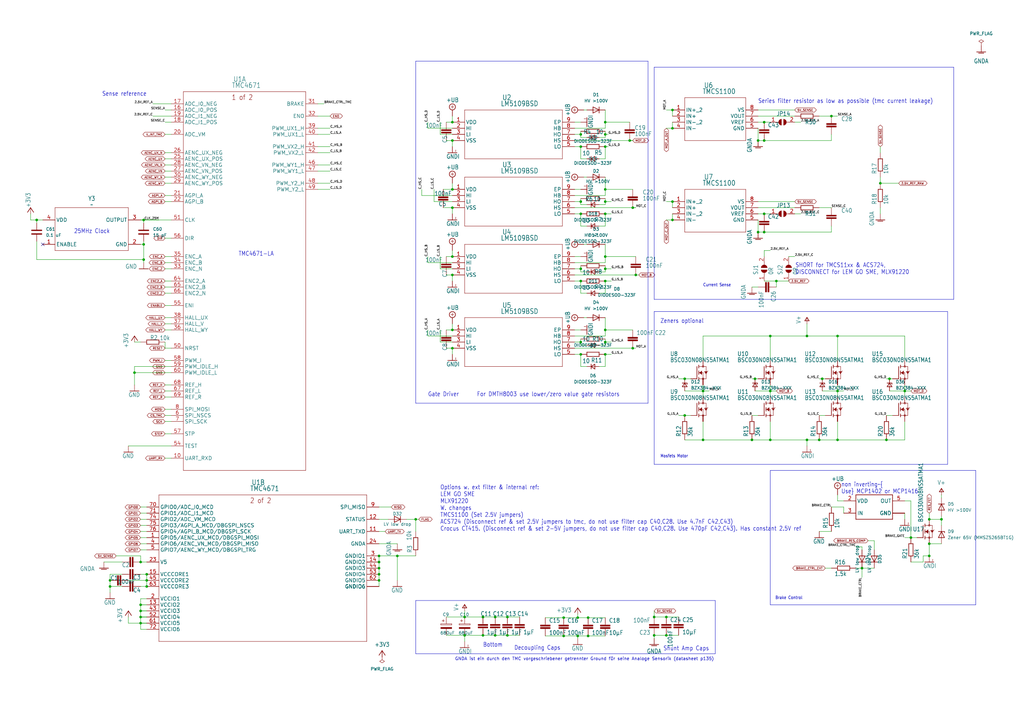
<source format=kicad_sch>
(kicad_sch
	(version 20250114)
	(generator "eeschema")
	(generator_version "9.0")
	(uuid "bf3e5894-6345-467b-b671-81e3583a96d0")
	(paper "User" 425.45 298.602)
	
	(text "Brake Control"
		(exclude_from_sim no)
		(at 322.072 249.428 0)
		(effects
			(font
				(size 1.27 1.0795)
			)
			(justify left bottom)
		)
		(uuid "00ecdc6f-9ce2-4ca6-8e84-ed99b1d1a5ae")
	)
	(text "Series filter resistor as low as possible (tmc current leakage)"
		(exclude_from_sim no)
		(at 314.96 43.18 0)
		(effects
			(font
				(size 1.778 1.5113)
			)
			(justify left bottom)
		)
		(uuid "0d17847c-bdb1-489f-9194-1a6ce82774f6")
	)
	(text "Gate Driver"
		(exclude_from_sim no)
		(at 177.8 165.1 0)
		(effects
			(font
				(size 1.778 1.5113)
			)
			(justify left bottom)
		)
		(uuid "3d7f2966-458b-4088-be8f-7df7c1c4341e")
	)
	(text "Options w. ext filter & internal ref:\nLEM GO SME\nMLX91220\nW. changes\nTMCS1100 (Set 2.5V jumpers)\nACS724 (Disconnect ref & set 2.5V jumpers to tmc, do not use filter cap C40,C28. Use 4.7nF C42,C43)\nCrocus CT415. (Disconnect ref & set 2-5V jumpers, do not use filter cap C40,C28. Use 470pF C42,C43). Has constant 2.5V ref~{}"
		(exclude_from_sim no)
		(at 182.88 220.98 0)
		(effects
			(font
				(size 1.778 1.5113)
			)
			(justify left bottom)
		)
		(uuid "430e25a1-bf5a-46be-a97d-9157452a8cfa")
	)
	(text "Bottom"
		(exclude_from_sim no)
		(at 200.66 269.24 0)
		(effects
			(font
				(size 1.778 1.5113)
			)
			(justify left bottom)
		)
		(uuid "560316d3-bd37-42d6-be37-2379d8c1127f")
	)
	(text "TMC4671-LA"
		(exclude_from_sim no)
		(at 99.06 106.68 0)
		(effects
			(font
				(size 1.778 1.5113)
			)
			(justify left bottom)
		)
		(uuid "79863b0f-8518-4192-8eaa-d9352c4663dd")
	)
	(text "25MHz Clock"
		(exclude_from_sim no)
		(at 30.734 97.282 0)
		(effects
			(font
				(size 1.778 1.5113)
			)
			(justify left bottom)
		)
		(uuid "8105dc39-b78d-40b6-815b-5ce22e43e644")
	)
	(text "non inverting~{\nUse} MCP1402 or MCP1416"
		(exclude_from_sim no)
		(at 349.504 205.486 0)
		(effects
			(font
				(size 1.778 1.5113)
			)
			(justify left bottom)
		)
		(uuid "82b550b5-ca97-4981-ad02-529bb7578005")
	)
	(text "Zeners optional"
		(exclude_from_sim no)
		(at 274.32 134.62 0)
		(effects
			(font
				(size 1.778 1.5113)
			)
			(justify left bottom)
		)
		(uuid "94e78267-3e1f-4ad2-8696-132ebb74f2f5")
	)
	(text "Shunt Amp Caps"
		(exclude_from_sim no)
		(at 275.59 270.764 0)
		(effects
			(font
				(size 1.778 1.5113)
			)
			(justify left bottom)
		)
		(uuid "9db88eb3-4cc7-4d60-b633-02757a88e6d9")
	)
	(text "Decoupling Caps"
		(exclude_from_sim no)
		(at 213.614 270.51 0)
		(effects
			(font
				(size 1.778 1.5113)
			)
			(justify left bottom)
		)
		(uuid "a6a7681f-9bf9-44eb-a0f8-e599e64ea64d")
	)
	(text "Mosfets Motor"
		(exclude_from_sim no)
		(at 274.32 190.5 0)
		(effects
			(font
				(size 1.27 1.0795)
			)
			(justify left bottom)
		)
		(uuid "b90562c3-9b01-48ca-8d65-3e311557017c")
	)
	(text "For DMTH8003 use lower/zero value gate resistors"
		(exclude_from_sim no)
		(at 198.12 165.1 0)
		(effects
			(font
				(size 1.778 1.5113)
			)
			(justify left bottom)
		)
		(uuid "c6509bbf-7ad3-4a84-90c1-e770e4ee555f")
	)
	(text "Sense reference"
		(exclude_from_sim no)
		(at 60.96 38.1 0)
		(effects
			(font
				(size 1.778 1.5113)
			)
			(justify right top)
		)
		(uuid "da12a43f-bdbf-4c36-a43f-367172dae8b0")
	)
	(text "GNDA ist ein durch den TMC vorgeschriebener getrennter Ground für seine Analoge Sensorik (datasheet p135) "
		(exclude_from_sim no)
		(at 243.332 274.066 0)
		(effects
			(font
				(size 1.27 1.27)
			)
		)
		(uuid "e35292b1-263a-4661-8f11-90e811c1fae9")
	)
	(text "Current Sense"
		(exclude_from_sim no)
		(at 292.1 119.38 0)
		(effects
			(font
				(size 1.27 1.0795)
			)
			(justify left bottom)
		)
		(uuid "ea3c590b-d528-418c-850f-ead21cee4fd4")
	)
	(text "SHORT for TMCS11xx & ACS724,\nDISCONNECT for LEM GO SME, MLX91220"
		(exclude_from_sim no)
		(at 330.454 114.3 0)
		(effects
			(font
				(size 1.778 1.5113)
			)
			(justify left bottom)
		)
		(uuid "fda36183-501e-4c0f-9d75-d56e88c2b62a")
	)
	(junction
		(at 193.04 264.16)
		(diameter 0)
		(color 0 0 0 0)
		(uuid "0036494e-a579-4125-b90e-98dadbdb6feb")
	)
	(junction
		(at 157.48 233.68)
		(diameter 0)
		(color 0 0 0 0)
		(uuid "00c80b2e-df59-4eb8-b46d-0ddaa74027ff")
	)
	(junction
		(at 251.46 60.96)
		(diameter 0)
		(color 0 0 0 0)
		(uuid "01a43f39-335f-465b-8955-1a0138bc41df")
	)
	(junction
		(at 322.58 116.84)
		(diameter 0)
		(color 0 0 0 0)
		(uuid "024251e1-edde-40a8-b267-d9944cf6319f")
	)
	(junction
		(at 347.98 182.88)
		(diameter 0)
		(color 0 0 0 0)
		(uuid "024d42c8-b22a-468f-93cf-8a534efcb7be")
	)
	(junction
		(at 187.96 114.3)
		(diameter 0)
		(color 0 0 0 0)
		(uuid "060da21f-e8b6-4fdf-9392-30b2609fd314")
	)
	(junction
		(at 45.72 243.84)
		(diameter 0)
		(color 0 0 0 0)
		(uuid "08440c1e-1b1b-4d09-af63-91f74818a406")
	)
	(junction
		(at 375.92 162.56)
		(diameter 0)
		(color 0 0 0 0)
		(uuid "0d88faf6-6509-4df6-9d42-409422505d03")
	)
	(junction
		(at 234.188 256.794)
		(diameter 0)
		(color 0 0 0 0)
		(uuid "105eed48-4f2a-4686-b658-9b495b8e92aa")
	)
	(junction
		(at 279.4 45.72)
		(diameter 0)
		(color 0 0 0 0)
		(uuid "11478e67-180e-414b-bf4c-8e05a94a23bf")
	)
	(junction
		(at 320.04 139.7)
		(diameter 0)
		(color 0 0 0 0)
		(uuid "124f0dde-264e-4e7e-96b7-8ce38555b086")
	)
	(junction
		(at 335.28 182.88)
		(diameter 0)
		(color 0 0 0 0)
		(uuid "1303ddf7-9adf-4150-aade-f819a84b6f95")
	)
	(junction
		(at 187.96 58.42)
		(diameter 0)
		(color 0 0 0 0)
		(uuid "1413821f-44e5-4423-826b-b0cb52dd6cc8")
	)
	(junction
		(at 187.96 86.36)
		(diameter 0)
		(color 0 0 0 0)
		(uuid "142a6c78-e665-4907-97a5-4a123b90922c")
	)
	(junction
		(at 320.04 162.56)
		(diameter 0)
		(color 0 0 0 0)
		(uuid "16774827-18d7-4041-a928-6d7777db0adf")
	)
	(junction
		(at 251.46 147.32)
		(diameter 0)
		(color 0 0 0 0)
		(uuid "195d9436-9d81-46b6-bc56-e442a7a708e4")
	)
	(junction
		(at 193.04 256.54)
		(diameter 0)
		(color 0 0 0 0)
		(uuid "1b3d1328-b886-4f51-afc6-984cc434931d")
	)
	(junction
		(at 200.66 256.54)
		(diameter 0)
		(color 0 0 0 0)
		(uuid "1df2d29d-6e61-4c7a-9dc4-8a0d09f5c989")
	)
	(junction
		(at 251.46 106.68)
		(diameter 0)
		(color 0 0 0 0)
		(uuid "26241ffb-a4c2-4c55-a31f-2a0912b1326e")
	)
	(junction
		(at 317.5 50.8)
		(diameter 0)
		(color 0 0 0 0)
		(uuid "2a2b5bb4-6c55-42d7-8368-c3d8af80b418")
	)
	(junction
		(at 335.28 139.7)
		(diameter 0)
		(color 0 0 0 0)
		(uuid "2a689c8e-0562-49a4-92d4-00e24ec34dcd")
	)
	(junction
		(at 284.48 157.48)
		(diameter 0)
		(color 0 0 0 0)
		(uuid "2af1e5c5-6d31-4694-9b1e-dea60c11ffd9")
	)
	(junction
		(at 58.42 256.54)
		(diameter 0)
		(color 0 0 0 0)
		(uuid "2b3b7cee-f0fb-426e-b77d-a7d29a1fdeb3")
	)
	(junction
		(at 165.1 231.14)
		(diameter 0)
		(color 0 0 0 0)
		(uuid "2b62bd6a-a0e8-4a7c-9fba-dd9e878d76c2")
	)
	(junction
		(at 187.96 78.74)
		(diameter 0)
		(color 0 0 0 0)
		(uuid "2c61c23c-b937-41e1-a069-596977c93103")
	)
	(junction
		(at 369.57 157.48)
		(diameter 0)
		(color 0 0 0 0)
		(uuid "2e4d9dd7-702e-4e73-b04f-da2b0881aacd")
	)
	(junction
		(at 241.3 88.9)
		(diameter 0)
		(color 0 0 0 0)
		(uuid "3209cc3d-c17e-4437-8308-482801ad36a9")
	)
	(junction
		(at 157.48 241.3)
		(diameter 0)
		(color 0 0 0 0)
		(uuid "33611268-b60b-4016-982a-470897dede15")
	)
	(junction
		(at 262.89 86.36)
		(diameter 0)
		(color 0 0 0 0)
		(uuid "38964768-6296-448a-846d-e7f8bacec9d3")
	)
	(junction
		(at 205.74 264.16)
		(diameter 0)
		(color 0 0 0 0)
		(uuid "3a329889-1ae1-4ffa-930f-e96668a3ec0a")
	)
	(junction
		(at 292.1 182.88)
		(diameter 0)
		(color 0 0 0 0)
		(uuid "40271084-8fbf-47ce-b06f-bc0d83347ff9")
	)
	(junction
		(at 386.08 215.9)
		(diameter 0)
		(color 0 0 0 0)
		(uuid "428be59e-d2c2-4055-b5eb-f82af773603c")
	)
	(junction
		(at 340.36 182.88)
		(diameter 0)
		(color 0 0 0 0)
		(uuid "46aed03f-0a74-4988-8287-38e130933720")
	)
	(junction
		(at 251.46 50.8)
		(diameter 0)
		(color 0 0 0 0)
		(uuid "46e3e1e8-cd3f-4f7a-96ca-e3b8b9b467e0")
	)
	(junction
		(at 187.96 137.16)
		(diameter 0)
		(color 0 0 0 0)
		(uuid "47dbb05d-3ae6-4b98-9ae2-6a3c733dea39")
	)
	(junction
		(at 200.66 264.16)
		(diameter 0)
		(color 0 0 0 0)
		(uuid "48dbe2d8-186f-4540-a44f-b290a74a0866")
	)
	(junction
		(at 284.48 172.72)
		(diameter 0)
		(color 0 0 0 0)
		(uuid "4d7936d6-e1b3-4874-9d53-ca4729188f0e")
	)
	(junction
		(at 341.63 157.48)
		(diameter 0)
		(color 0 0 0 0)
		(uuid "4e585f08-535b-4c74-9761-d12e67a20860")
	)
	(junction
		(at 58.42 259.08)
		(diameter 0)
		(color 0 0 0 0)
		(uuid "52910e08-8f8b-4241-a6fb-38bd3df69d97")
	)
	(junction
		(at 317.5 88.9)
		(diameter 0)
		(color 0 0 0 0)
		(uuid "551caa83-516a-4b4d-8bd5-a285cd4a2898")
	)
	(junction
		(at 386.08 226.06)
		(diameter 0)
		(color 0 0 0 0)
		(uuid "55aa5b0c-14d2-4063-b349-acced83f24b3")
	)
	(junction
		(at 279.4 91.44)
		(diameter 0)
		(color 0 0 0 0)
		(uuid "57cb7572-70f7-485c-9d07-f3d3a481e7bd")
	)
	(junction
		(at 60.96 243.84)
		(diameter 0)
		(color 0 0 0 0)
		(uuid "5841725e-29b9-4ea5-87cb-7ed98a94cff1")
	)
	(junction
		(at 59.69 101.6)
		(diameter 0)
		(color 0 0 0 0)
		(uuid "5922faa2-b6ee-4d1e-b0fd-abecb7cbddc5")
	)
	(junction
		(at 187.96 50.8)
		(diameter 0)
		(color 0 0 0 0)
		(uuid "599f3953-4d3a-45fe-a2dd-5e8d594c5325")
	)
	(junction
		(at 205.74 256.54)
		(diameter 0)
		(color 0 0 0 0)
		(uuid "5a4849d7-a694-4187-83fc-dba6c2cfa041")
	)
	(junction
		(at 276.86 256.54)
		(diameter 0)
		(color 0 0 0 0)
		(uuid "5c9cec4d-d9ae-4ee6-9060-1858741f8d18")
	)
	(junction
		(at 292.1 162.56)
		(diameter 0)
		(color 0 0 0 0)
		(uuid "618d0d02-ed76-4c7c-ba2c-10bec93994f3")
	)
	(junction
		(at 157.48 238.76)
		(diameter 0)
		(color 0 0 0 0)
		(uuid "622b8970-63e0-4e62-9b95-56e5b22c727c")
	)
	(junction
		(at 251.46 78.74)
		(diameter 0)
		(color 0 0 0 0)
		(uuid "628a2bbc-46f7-4dd4-92cd-ee80341b1b65")
	)
	(junction
		(at 365.76 76.2)
		(diameter 0)
		(color 0 0 0 0)
		(uuid "653019e0-8b68-420a-b738-fc2f6d63304e")
	)
	(junction
		(at 187.96 144.78)
		(diameter 0)
		(color 0 0 0 0)
		(uuid "65dffa4b-ca40-4d95-a7a8-888832893f7c")
	)
	(junction
		(at 391.16 215.9)
		(diameter 0)
		(color 0 0 0 0)
		(uuid "67e20f9c-496b-4285-900f-6ef187817665")
	)
	(junction
		(at 15.24 91.44)
		(diameter 0)
		(color 0 0 0 0)
		(uuid "6c0cd984-5d87-49f0-9de3-1a38a1f0a7d1")
	)
	(junction
		(at 58.42 254)
		(diameter 0)
		(color 0 0 0 0)
		(uuid "704f759f-9aef-4227-bb0a-1c809dce9423")
	)
	(junction
		(at 210.82 264.16)
		(diameter 0)
		(color 0 0 0 0)
		(uuid "7cf06c62-43a2-428f-9b44-22e9778e7926")
	)
	(junction
		(at 347.98 139.7)
		(diameter 0)
		(color 0 0 0 0)
		(uuid "8252fdae-5644-4f54-b04b-184410fca4af")
	)
	(junction
		(at 317.5 96.52)
		(diameter 0)
		(color 0 0 0 0)
		(uuid "83bb9988-4f7d-4818-b37c-603913973a70")
	)
	(junction
		(at 312.42 182.88)
		(diameter 0)
		(color 0 0 0 0)
		(uuid "8460cc9f-f9cb-47d2-aa2e-eafc2dbe3471")
	)
	(junction
		(at 240.03 264.414)
		(diameter 0)
		(color 0 0 0 0)
		(uuid "87cb8f38-762f-4748-9fbd-db2fc29e993f")
	)
	(junction
		(at 251.46 88.9)
		(diameter 0)
		(color 0 0 0 0)
		(uuid "8a67ff21-fb33-415c-a589-0a91293e749d")
	)
	(junction
		(at 386.08 231.14)
		(diameter 0)
		(color 0 0 0 0)
		(uuid "8a6a8053-bc5f-4d0c-b835-738c5f68245c")
	)
	(junction
		(at 261.62 58.42)
		(diameter 0)
		(color 0 0 0 0)
		(uuid "8b3e978b-d4c1-436c-8e4b-326a70bff665")
	)
	(junction
		(at 55.88 154.94)
		(diameter 0)
		(color 0 0 0 0)
		(uuid "8c0bccfe-45e4-4bc5-b0a0-658f5a2a9478")
	)
	(junction
		(at 241.3 111.76)
		(diameter 0)
		(color 0 0 0 0)
		(uuid "92b7279e-e525-429d-91b7-be12d0ebc875")
	)
	(junction
		(at 276.86 264.16)
		(diameter 0)
		(color 0 0 0 0)
		(uuid "957d887c-d38b-4ce3-88d5-c82956894374")
	)
	(junction
		(at 345.44 48.26)
		(diameter 0)
		(color 0 0 0 0)
		(uuid "96f2eb58-a49e-4218-a3b8-57ee191162c5")
	)
	(junction
		(at 210.82 256.54)
		(diameter 0)
		(color 0 0 0 0)
		(uuid "97d2b878-e065-4e90-9c04-45cf679e0767")
	)
	(junction
		(at 314.96 96.52)
		(diameter 0)
		(color 0 0 0 0)
		(uuid "9b3f8cb8-e59f-47d4-8557-5de0b6b19ba4")
	)
	(junction
		(at 378.46 223.52)
		(diameter 0)
		(color 0 0 0 0)
		(uuid "9f18fc77-e62b-48a9-bafb-2d4d95716b2f")
	)
	(junction
		(at 58.42 251.46)
		(diameter 0)
		(color 0 0 0 0)
		(uuid "9f4cc295-cd5c-408f-a5f4-2a706fd305b9")
	)
	(junction
		(at 60.96 238.76)
		(diameter 0)
		(color 0 0 0 0)
		(uuid "9f87541e-ec70-49f3-89cb-c51a13bdf617")
	)
	(junction
		(at 264.16 114.3)
		(diameter 0)
		(color 0 0 0 0)
		(uuid "a0b3fd09-7527-4094-9221-a8f42ce99785")
	)
	(junction
		(at 241.3 116.84)
		(diameter 0)
		(color 0 0 0 0)
		(uuid "a52f1c5b-6120-4b81-8593-c5c160a2ceff")
	)
	(junction
		(at 241.3 83.82)
		(diameter 0)
		(color 0 0 0 0)
		(uuid "a677f9a5-179b-476c-841e-f5c84a93cca9")
	)
	(junction
		(at 251.46 83.82)
		(diameter 0)
		(color 0 0 0 0)
		(uuid "a94998b4-0bb0-42ad-8971-28a7ae4bec4d")
	)
	(junction
		(at 59.69 91.44)
		(diameter 0)
		(color 0 0 0 0)
		(uuid "aa52867f-0094-4327-bc91-e3d69bf2fafc")
	)
	(junction
		(at 240.03 256.794)
		(diameter 0)
		(color 0 0 0 0)
		(uuid "aa5bdffc-cbbc-4f2f-8d49-ab385083d80d")
	)
	(junction
		(at 187.96 106.68)
		(diameter 0)
		(color 0 0 0 0)
		(uuid "abb5e864-165c-446a-923d-b4ba9d233681")
	)
	(junction
		(at 241.3 147.32)
		(diameter 0)
		(color 0 0 0 0)
		(uuid "aee2f736-4bab-442d-ae76-85d12d462959")
	)
	(junction
		(at 271.78 264.16)
		(diameter 0)
		(color 0 0 0 0)
		(uuid "b0529480-688a-4129-ae65-13538e77f860")
	)
	(junction
		(at 251.46 116.84)
		(diameter 0)
		(color 0 0 0 0)
		(uuid "c2d4cd92-ba0f-482d-8280-25844d77a868")
	)
	(junction
		(at 317.5 58.42)
		(diameter 0)
		(color 0 0 0 0)
		(uuid "c3102d3c-07ba-46ec-852f-be6b34406650")
	)
	(junction
		(at 313.69 157.48)
		(diameter 0)
		(color 0 0 0 0)
		(uuid "c3ab2bca-da8f-4e50-a5f1-9e731e1741c7")
	)
	(junction
		(at 157.48 231.14)
		(diameter 0)
		(color 0 0 0 0)
		(uuid "c43cad08-9734-458c-82cf-b507997c56d8")
	)
	(junction
		(at 320.04 182.88)
		(diameter 0)
		(color 0 0 0 0)
		(uuid "cee30e5c-835e-4715-832d-ebfc7c783189")
	)
	(junction
		(at 172.72 215.9)
		(diameter 0)
		(color 0 0 0 0)
		(uuid "cf3703e2-7956-4410-9e72-ecb097acbddd")
	)
	(junction
		(at 251.46 55.88)
		(diameter 0)
		(color 0 0 0 0)
		(uuid "d46f7576-0370-4eb0-8a7a-de77f95a5134")
	)
	(junction
		(at 60.96 241.3)
		(diameter 0)
		(color 0 0 0 0)
		(uuid "d50abbe5-81a0-4c2d-81e6-7830ab3c7849")
	)
	(junction
		(at 58.42 233.68)
		(diameter 0)
		(color 0 0 0 0)
		(uuid "d670d0ec-b5a2-49c4-ac47-61eab0996685")
	)
	(junction
		(at 271.78 256.54)
		(diameter 0)
		(color 0 0 0 0)
		(uuid "d9412d9d-5679-4d0c-8869-cdb238a52443")
	)
	(junction
		(at 59.69 107.95)
		(diameter 0)
		(color 0 0 0 0)
		(uuid "da48f7fb-3898-478b-9493-37fcf28825b2")
	)
	(junction
		(at 262.89 144.78)
		(diameter 0)
		(color 0 0 0 0)
		(uuid "dc159e16-47bf-4de5-9ae0-f8b1045ffed3")
	)
	(junction
		(at 241.3 60.96)
		(diameter 0)
		(color 0 0 0 0)
		(uuid "df139927-071f-4683-b4a3-eac70e9afb59")
	)
	(junction
		(at 244.348 256.794)
		(diameter 0)
		(color 0 0 0 0)
		(uuid "e34f5023-6dda-4a2e-a719-b0081a6a1851")
	)
	(junction
		(at 45.72 241.3)
		(diameter 0)
		(color 0 0 0 0)
		(uuid "e363e787-1c33-46fc-ab66-5898243c9615")
	)
	(junction
		(at 314.96 58.42)
		(diameter 0)
		(color 0 0 0 0)
		(uuid "e3cd7482-af5a-4357-ae52-a3fbcd1e2bc0")
	)
	(junction
		(at 157.48 236.22)
		(diameter 0)
		(color 0 0 0 0)
		(uuid "e58aa438-f36f-4984-98f6-2ed3f53158a9")
	)
	(junction
		(at 244.348 264.414)
		(diameter 0)
		(color 0 0 0 0)
		(uuid "e8749f93-8dca-42aa-9f74-96a83df1f920")
	)
	(junction
		(at 279.4 53.34)
		(diameter 0)
		(color 0 0 0 0)
		(uuid "eab93512-0fb5-455b-9b14-44bb3298bc6d")
	)
	(junction
		(at 234.188 264.414)
		(diameter 0)
		(color 0 0 0 0)
		(uuid "ecc5fbfe-c254-4361-96ad-ed65f2e6e477")
	)
	(junction
		(at 279.4 83.82)
		(diameter 0)
		(color 0 0 0 0)
		(uuid "ecc6aae6-85d0-4b5a-886e-3f9e57ab1623")
	)
	(junction
		(at 251.46 111.76)
		(diameter 0)
		(color 0 0 0 0)
		(uuid "ed276807-dc9e-4046-ac32-f64699ede784")
	)
	(junction
		(at 241.3 142.24)
		(diameter 0)
		(color 0 0 0 0)
		(uuid "ee8f73a9-ecce-48b5-993a-70b45b15b26e")
	)
	(junction
		(at 368.3 182.88)
		(diameter 0)
		(color 0 0 0 0)
		(uuid "f12d221b-3a68-49b5-a77f-c75d9180ed30")
	)
	(junction
		(at 347.98 162.56)
		(diameter 0)
		(color 0 0 0 0)
		(uuid "f1c7d981-3005-4e6f-abb4-26fb3ff7b6d5")
	)
	(junction
		(at 251.46 142.24)
		(diameter 0)
		(color 0 0 0 0)
		(uuid "f9368ba5-8c30-4662-b33f-0ec2d0750021")
	)
	(junction
		(at 241.3 55.88)
		(diameter 0)
		(color 0 0 0 0)
		(uuid "fb3ac2a4-35a7-419c-96f5-ed606d9fe7f0")
	)
	(junction
		(at 358.14 236.22)
		(diameter 0)
		(color 0 0 0 0)
		(uuid "fb4e975a-3239-490e-b4c5-f36d7fbf92f4")
	)
	(junction
		(at 251.46 137.16)
		(diameter 0)
		(color 0 0 0 0)
		(uuid "fdae8c00-db4a-4125-8ba5-14b72f2c4500")
	)
	(no_connect
		(at 17.78 101.6)
		(uuid "2ae5a1ed-a901-4c9d-80bf-f2b4dada609b")
	)
	(wire
		(pts
			(xy 378.46 223.52) (xy 375.92 223.52)
		)
		(stroke
			(width 0.1524)
			(type solid)
		)
		(uuid "002bd728-91da-46c3-a9d5-63928823295a")
	)
	(wire
		(pts
			(xy 71.12 127) (xy 68.58 127)
		)
		(stroke
			(width 0.1524)
			(type solid)
		)
		(uuid "00792a98-3022-4825-b516-afc78dd31a63")
	)
	(wire
		(pts
			(xy 50.8 243.84) (xy 45.72 243.84)
		)
		(stroke
			(width 0.1524)
			(type solid)
		)
		(uuid "00a74a65-7588-435f-835d-02712655038c")
	)
	(wire
		(pts
			(xy 241.3 140.97) (xy 241.3 142.24)
		)
		(stroke
			(width 0)
			(type default)
		)
		(uuid "0140627c-07af-4c8b-b2c5-149422c5c555")
	)
	(wire
		(pts
			(xy 132.08 55.88) (xy 137.16 55.88)
		)
		(stroke
			(width 0.1524)
			(type solid)
		)
		(uuid "01e63718-7ff3-41a8-b11a-01049c2d8cda")
	)
	(wire
		(pts
			(xy 157.48 231.14) (xy 165.1 231.14)
		)
		(stroke
			(width 0.1524)
			(type solid)
		)
		(uuid "021db6b1-d9ee-4c66-ab84-af2f63160d5f")
	)
	(wire
		(pts
			(xy 157.48 233.68) (xy 157.48 231.14)
		)
		(stroke
			(width 0.1524)
			(type solid)
		)
		(uuid "0306cb3f-2142-4cfc-a436-c1a70e95baa8")
	)
	(wire
		(pts
			(xy 347.98 48.26) (xy 345.44 48.26)
		)
		(stroke
			(width 0.1524)
			(type solid)
		)
		(uuid "04399a8c-1319-4774-9310-5a6d3373641b")
	)
	(wire
		(pts
			(xy 244.348 256.794) (xy 251.46 256.794)
		)
		(stroke
			(width 0.1524)
			(type solid)
		)
		(uuid "0472331c-34aa-4dc1-96c7-1bfbd0d07492")
	)
	(wire
		(pts
			(xy 242.57 45.72) (xy 243.84 45.72)
		)
		(stroke
			(width 0)
			(type default)
		)
		(uuid "054a7035-60c6-432f-99ce-30ecb77f8e1b")
	)
	(wire
		(pts
			(xy 279.4 45.72) (xy 276.86 45.72)
		)
		(stroke
			(width 0.1524)
			(type solid)
		)
		(uuid "0553252f-f74c-49a7-812b-f9ee3f7882da")
	)
	(wire
		(pts
			(xy 241.3 143.51) (xy 241.3 142.24)
		)
		(stroke
			(width 0.1524)
			(type solid)
		)
		(uuid "079b5409-f507-4733-81f6-328e69834d9e")
	)
	(wire
		(pts
			(xy 244.348 264.414) (xy 251.46 264.414)
		)
		(stroke
			(width 0.1524)
			(type solid)
		)
		(uuid "08846cdb-aa77-4e94-9619-756e7061f086")
	)
	(wire
		(pts
			(xy 335.28 139.7) (xy 335.28 134.62)
		)
		(stroke
			(width 0.1524)
			(type solid)
		)
		(uuid "09d2cef7-3f0f-4f86-957d-5165ccc2184f")
	)
	(wire
		(pts
			(xy 241.3 116.84) (xy 238.76 116.84)
		)
		(stroke
			(width 0.1524)
			(type solid)
		)
		(uuid "0a324176-d2e6-4f75-8a02-60b39d94ee63")
	)
	(wire
		(pts
			(xy 347.98 149.86) (xy 347.98 139.7)
		)
		(stroke
			(width 0.1524)
			(type solid)
		)
		(uuid "0abe9ef4-8b91-41cc-9775-c38ffde8de6d")
	)
	(wire
		(pts
			(xy 58.42 233.68) (xy 58.42 231.14)
		)
		(stroke
			(width 0.1524)
			(type solid)
		)
		(uuid "0ae47f01-41e6-48f7-810b-643a8c8c3b72")
	)
	(wire
		(pts
			(xy 264.16 144.78) (xy 262.89 144.78)
		)
		(stroke
			(width 0.1524)
			(type solid)
		)
		(uuid "0aeabd0d-b3c3-4129-9715-efeda72474d6")
	)
	(wire
		(pts
			(xy 193.04 266.7) (xy 193.04 264.16)
		)
		(stroke
			(width 0.1524)
			(type solid)
		)
		(uuid "0d46f335-1f63-427b-8265-af2783754421")
	)
	(wire
		(pts
			(xy 71.12 68.58) (xy 68.58 68.58)
		)
		(stroke
			(width 0.1524)
			(type solid)
		)
		(uuid "0dd5c3b0-682a-4be6-ae71-3b4ba7d01ec7")
	)
	(polyline
		(pts
			(xy 271.78 124.46) (xy 396.24 124.46)
		)
		(stroke
			(width 0.1524)
			(type solid)
		)
		(uuid "0e892703-59cd-471a-9fed-56a1de021dc1")
	)
	(wire
		(pts
			(xy 248.92 152.4) (xy 251.46 152.4)
		)
		(stroke
			(width 0.1524)
			(type solid)
		)
		(uuid "0f237859-4d55-4068-8f51-1de59caf5382")
	)
	(wire
		(pts
			(xy 243.84 113.03) (xy 241.3 113.03)
		)
		(stroke
			(width 0.1524)
			(type solid)
		)
		(uuid "0fdd76b1-49d3-4ed7-bf51-e270c764b48d")
	)
	(wire
		(pts
			(xy 157.48 241.3) (xy 157.48 238.76)
		)
		(stroke
			(width 0.1524)
			(type solid)
		)
		(uuid "10ab804a-a9c0-4d10-82e5-61d50e5fb41b")
	)
	(wire
		(pts
			(xy 226.568 256.794) (xy 234.188 256.794)
		)
		(stroke
			(width 0.1524)
			(type solid)
		)
		(uuid "10af8ed9-48a1-443f-aaf1-6927037606f3")
	)
	(wire
		(pts
			(xy 168.91 215.9) (xy 172.72 215.9)
		)
		(stroke
			(width 0.1524)
			(type solid)
		)
		(uuid "11683425-3add-4628-bdf7-3bd3e5cf45ff")
	)
	(wire
		(pts
			(xy 238.76 86.36) (xy 262.89 86.36)
		)
		(stroke
			(width 0.1524)
			(type solid)
		)
		(uuid "122d744b-23aa-48a9-a63c-bcc488bb2545")
	)
	(wire
		(pts
			(xy 375.92 162.56) (xy 378.46 162.56)
		)
		(stroke
			(width 0.1524)
			(type solid)
		)
		(uuid "1282393e-7968-463f-b71d-c1c4fefeef06")
	)
	(wire
		(pts
			(xy 386.08 215.9) (xy 391.16 215.9)
		)
		(stroke
			(width 0.1524)
			(type solid)
		)
		(uuid "12c86425-2ecc-494a-83c4-54f0533d3a03")
	)
	(wire
		(pts
			(xy 180.34 83.82) (xy 180.34 78.74)
		)
		(stroke
			(width 0.1524)
			(type solid)
		)
		(uuid "12cf9e1e-7f30-4956-a311-fed2e3299084")
	)
	(wire
		(pts
			(xy 187.96 78.74) (xy 187.96 76.2)
		)
		(stroke
			(width 0.1524)
			(type solid)
		)
		(uuid "12d1ee97-b11f-4491-87ca-0e39c3e0ae48")
	)
	(wire
		(pts
			(xy 243.84 57.15) (xy 241.3 57.15)
		)
		(stroke
			(width 0.1524)
			(type solid)
		)
		(uuid "13fac01f-adf9-427d-9e89-964057f0ee6a")
	)
	(wire
		(pts
			(xy 320.04 162.56) (xy 320.04 165.1)
		)
		(stroke
			(width 0.1524)
			(type solid)
		)
		(uuid "167158b2-4da8-4a74-abf5-c81f4db49f5a")
	)
	(wire
		(pts
			(xy 241.3 83.82) (xy 238.76 83.82)
		)
		(stroke
			(width 0.1524)
			(type solid)
		)
		(uuid "17122718-00ce-4fc6-bad5-6d5f65b3eb25")
	)
	(polyline
		(pts
			(xy 271.78 129.54) (xy 393.7 129.54)
		)
		(stroke
			(width 0.1524)
			(type solid)
		)
		(uuid "17c02c4a-13e1-4e76-aa20-8c19a3ea2d2d")
	)
	(wire
		(pts
			(xy 71.12 111.76) (xy 68.58 111.76)
		)
		(stroke
			(width 0.1524)
			(type solid)
		)
		(uuid "1a29df34-9878-439a-ba52-76bc4eccce15")
	)
	(wire
		(pts
			(xy 177.8 109.22) (xy 177.8 106.68)
		)
		(stroke
			(width 0.1524)
			(type solid)
		)
		(uuid "1b692d77-5087-4740-b147-bedff4483427")
	)
	(wire
		(pts
			(xy 251.46 143.51) (xy 251.46 142.24)
		)
		(stroke
			(width 0.1524)
			(type solid)
		)
		(uuid "1b784d9f-6224-4579-aee1-7a0373de27bd")
	)
	(wire
		(pts
			(xy 50.8 233.68) (xy 43.18 233.68)
		)
		(stroke
			(width 0.1524)
			(type solid)
		)
		(uuid "1c620abd-a9b8-488d-ac70-b897ca4b2bf4")
	)
	(wire
		(pts
			(xy 241.3 152.4) (xy 241.3 147.32)
		)
		(stroke
			(width 0.1524)
			(type solid)
		)
		(uuid "1cae82f5-1a0d-4342-8094-5c16570044e0")
	)
	(wire
		(pts
			(xy 391.16 205.74) (xy 391.16 207.01)
		)
		(stroke
			(width 0)
			(type default)
		)
		(uuid "1d931174-c768-47ea-82c3-558ddf1f55d0")
	)
	(polyline
		(pts
			(xy 172.72 271.78) (xy 172.72 249.682)
		)
		(stroke
			(width 0.1524)
			(type solid)
		)
		(uuid "1daa9aa1-8471-488d-b76f-96ff17bf5377")
	)
	(wire
		(pts
			(xy 292.1 162.56) (xy 292.1 165.1)
		)
		(stroke
			(width 0.1524)
			(type solid)
		)
		(uuid "1f91e315-cb0d-44e2-bfde-96c4874072de")
	)
	(wire
		(pts
			(xy 157.48 243.84) (xy 157.48 241.3)
		)
		(stroke
			(width 0.1524)
			(type solid)
		)
		(uuid "1f9cc273-e4a8-466d-ac1e-22e0e2720f75")
	)
	(wire
		(pts
			(xy 71.12 45.72) (xy 68.58 45.72)
		)
		(stroke
			(width 0.1524)
			(type solid)
		)
		(uuid "20b505eb-dbd2-4948-8de9-3e792d998d92")
	)
	(wire
		(pts
			(xy 45.72 238.76) (xy 50.8 238.76)
		)
		(stroke
			(width 0.1524)
			(type solid)
		)
		(uuid "20da551c-4fb8-4307-9c1d-298e3f9cfeca")
	)
	(wire
		(pts
			(xy 279.4 83.82) (xy 279.4 86.36)
		)
		(stroke
			(width 0.1524)
			(type solid)
		)
		(uuid "2108eff1-6589-4e64-b503-489d66b332ad")
	)
	(wire
		(pts
			(xy 58.42 259.08) (xy 58.42 256.54)
		)
		(stroke
			(width 0.1524)
			(type solid)
		)
		(uuid "21152bed-5996-42c7-b062-42cb4d5730ff")
	)
	(wire
		(pts
			(xy 375.92 162.56) (xy 375.92 165.1)
		)
		(stroke
			(width 0.1524)
			(type solid)
		)
		(uuid "21cb9dc2-0563-4cf9-a32b-355ede93679e")
	)
	(wire
		(pts
			(xy 59.69 109.22) (xy 59.69 107.95)
		)
		(stroke
			(width 0)
			(type default)
		)
		(uuid "223813ff-61fa-46f4-a7b4-c5fb328c5623")
	)
	(wire
		(pts
			(xy 71.12 48.26) (xy 63.5 48.26)
		)
		(stroke
			(width 0.1524)
			(type solid)
		)
		(uuid "22bf7712-aca6-4758-a1a2-e72115961b27")
	)
	(wire
		(pts
			(xy 369.57 162.56) (xy 375.92 162.56)
		)
		(stroke
			(width 0.1524)
			(type solid)
		)
		(uuid "22d2ac87-478d-435c-aa8f-ec77e3aad291")
	)
	(wire
		(pts
			(xy 234.188 264.414) (xy 240.03 264.414)
		)
		(stroke
			(width 0.1524)
			(type solid)
		)
		(uuid "23148f4b-da46-465c-ab49-38f9a861da58")
	)
	(wire
		(pts
			(xy 173.99 215.9) (xy 172.72 215.9)
		)
		(stroke
			(width 0.1524)
			(type solid)
		)
		(uuid "23c70c02-a028-4ff0-b6ca-a3dbc984e542")
	)
	(wire
		(pts
			(xy 71.12 165.1) (xy 68.58 165.1)
		)
		(stroke
			(width 0.1524)
			(type solid)
		)
		(uuid "23cfab24-897a-4d62-9ad8-15367f175ac7")
	)
	(wire
		(pts
			(xy 347.98 162.56) (xy 341.63 162.56)
		)
		(stroke
			(width 0.1524)
			(type solid)
		)
		(uuid "242174d2-369e-4360-a8e2-c188e60bf6f7")
	)
	(wire
		(pts
			(xy 58.42 254) (xy 60.96 254)
		)
		(stroke
			(width 0.1524)
			(type solid)
		)
		(uuid "2459dd90-5149-4067-b28f-0e1dca8eb037")
	)
	(wire
		(pts
			(xy 292.1 182.88) (xy 312.42 182.88)
		)
		(stroke
			(width 0.1524)
			(type solid)
		)
		(uuid "246ada35-ada8-460b-9566-3fd452e2c554")
	)
	(wire
		(pts
			(xy 58.42 91.44) (xy 59.69 91.44)
		)
		(stroke
			(width 0)
			(type default)
		)
		(uuid "253e046d-8471-4dc6-8627-10b445f132c3")
	)
	(wire
		(pts
			(xy 248.92 66.04) (xy 251.46 66.04)
		)
		(stroke
			(width 0.1524)
			(type solid)
		)
		(uuid "25750215-91d9-4894-9784-7341ce85362e")
	)
	(wire
		(pts
			(xy 177.8 53.34) (xy 177.8 50.8)
		)
		(stroke
			(width 0.1524)
			(type solid)
		)
		(uuid "2a3eca4f-3fa7-47ed-9b59-9670b1f5048c")
	)
	(wire
		(pts
			(xy 187.96 58.42) (xy 185.42 58.42)
		)
		(stroke
			(width 0.1524)
			(type solid)
		)
		(uuid "2acc149f-7901-434a-96e8-2ad560808dcb")
	)
	(polyline
		(pts
			(xy 393.7 193.04) (xy 271.78 193.04)
		)
		(stroke
			(width 0.1524)
			(type solid)
		)
		(uuid "2aea427d-41b1-48ad-aaa4-6230a1cacb57")
	)
	(wire
		(pts
			(xy 71.12 134.62) (xy 68.58 134.62)
		)
		(stroke
			(width 0.1524)
			(type solid)
		)
		(uuid "2b5e8296-8c5d-4d97-a9d0-e1ce9acee706")
	)
	(wire
		(pts
			(xy 200.66 256.54) (xy 205.74 256.54)
		)
		(stroke
			(width 0.1524)
			(type solid)
		)
		(uuid "2bffa3c5-cf38-43a1-9aae-e82f5214deae")
	)
	(wire
		(pts
			(xy 241.3 113.03) (xy 241.3 111.76)
		)
		(stroke
			(width 0.1524)
			(type solid)
		)
		(uuid "2c4f6c3e-7971-4b2a-8b48-55666decb35a")
	)
	(wire
		(pts
			(xy 58.42 251.46) (xy 60.96 251.46)
		)
		(stroke
			(width 0)
			(type default)
		)
		(uuid "2cd55bf8-cace-4277-80fc-b2e8e22124db")
	)
	(wire
		(pts
			(xy 243.84 66.04) (xy 241.3 66.04)
		)
		(stroke
			(width 0.1524)
			(type solid)
		)
		(uuid "2dddff22-6eaf-43aa-a1da-c7893eff687f")
	)
	(wire
		(pts
			(xy 330.2 50.8) (xy 332.74 50.8)
		)
		(stroke
			(width 0.1524)
			(type solid)
		)
		(uuid "2e36204b-7dc9-4da3-b71b-be96ab8aaa98")
	)
	(wire
		(pts
			(xy 314.96 58.42) (xy 317.5 58.42)
		)
		(stroke
			(width 0.1524)
			(type solid)
		)
		(uuid "2e3a3686-10e4-4c94-b883-c1afd4dcd8ee")
	)
	(wire
		(pts
			(xy 248.92 93.98) (xy 251.46 93.98)
		)
		(stroke
			(width 0.1524)
			(type solid)
		)
		(uuid "2f03dc61-1c6c-4dc7-a208-8122227b5cbc")
	)
	(wire
		(pts
			(xy 71.12 63.5) (xy 68.58 63.5)
		)
		(stroke
			(width 0.1524)
			(type solid)
		)
		(uuid "2f91d26f-c16b-4097-b414-32cd1259cf8b")
	)
	(wire
		(pts
			(xy 335.28 182.88) (xy 335.28 185.42)
		)
		(stroke
			(width 0.1524)
			(type solid)
		)
		(uuid "3022838d-a532-4aaa-ad49-347a7c789b4f")
	)
	(wire
		(pts
			(xy 314.96 53.34) (xy 314.96 58.42)
		)
		(stroke
			(width 0.1524)
			(type solid)
		)
		(uuid "30e88f26-23dc-4fbb-917d-a1870ee342d5")
	)
	(wire
		(pts
			(xy 386.08 226.06) (xy 391.16 226.06)
		)
		(stroke
			(width 0.1524)
			(type solid)
		)
		(uuid "30ea8d57-ae94-403a-b9b1-aae84cab393f")
	)
	(wire
		(pts
			(xy 134.62 43.18) (xy 132.08 43.18)
		)
		(stroke
			(width 0.1524)
			(type solid)
		)
		(uuid "31c63d52-b72d-4e53-8845-addaa84897e7")
	)
	(wire
		(pts
			(xy 241.3 142.24) (xy 238.76 142.24)
		)
		(stroke
			(width 0.1524)
			(type solid)
		)
		(uuid "32d86772-1799-40b7-9747-1ae50916e7b4")
	)
	(wire
		(pts
			(xy 60.96 243.84) (xy 58.42 243.84)
		)
		(stroke
			(width 0.1524)
			(type solid)
		)
		(uuid "332739b3-668d-4a91-bd5f-be5f518fb860")
	)
	(wire
		(pts
			(xy 314.96 172.72) (xy 312.42 172.72)
		)
		(stroke
			(width 0.1524)
			(type solid)
		)
		(uuid "335d955a-763b-44e5-bfc7-2a9e15426002")
	)
	(wire
		(pts
			(xy 71.12 175.26) (xy 68.58 175.26)
		)
		(stroke
			(width 0.1524)
			(type solid)
		)
		(uuid "339dea07-5bbe-41d2-a635-eea0edf8dfd1")
	)
	(wire
		(pts
			(xy 317.5 104.14) (xy 320.04 104.14)
		)
		(stroke
			(width 0.1524)
			(type solid)
		)
		(uuid "33d5b72b-684d-49fe-9d88-d77728f1f203")
	)
	(wire
		(pts
			(xy 317.5 106.68) (xy 317.5 104.14)
		)
		(stroke
			(width 0.1524)
			(type solid)
		)
		(uuid "34425f14-7a61-402f-bf25-d01f45f862fc")
	)
	(wire
		(pts
			(xy 292.1 162.56) (xy 284.48 162.56)
		)
		(stroke
			(width 0.1524)
			(type solid)
		)
		(uuid "35669077-aa2a-4ad7-a4a7-677ec3c6dfc7")
	)
	(wire
		(pts
			(xy 251.46 85.09) (xy 248.92 85.09)
		)
		(stroke
			(width 0.1524)
			(type solid)
		)
		(uuid "35899b46-69a3-4959-b408-2a3e91c00a72")
	)
	(wire
		(pts
			(xy 193.04 264.16) (xy 200.66 264.16)
		)
		(stroke
			(width 0.1524)
			(type solid)
		)
		(uuid "36c4a7a8-ea04-479f-85f9-b1175961a20e")
	)
	(wire
		(pts
			(xy 210.82 264.16) (xy 205.74 264.16)
		)
		(stroke
			(width 0.1524)
			(type solid)
		)
		(uuid "3725d120-d9a0-4d15-ac0e-b636894ad3d4")
	)
	(wire
		(pts
			(xy 248.92 113.03) (xy 251.46 113.03)
		)
		(stroke
			(width 0.1524)
			(type solid)
		)
		(uuid "39a5776a-d7b0-422f-aa44-4a88ecba416f")
	)
	(wire
		(pts
			(xy 59.69 91.44) (xy 66.04 91.44)
		)
		(stroke
			(width 0)
			(type default)
		)
		(uuid "39c93f16-1440-4fe5-b74d-2c6fcea7b3f2")
	)
	(wire
		(pts
			(xy 240.03 264.414) (xy 244.348 264.414)
		)
		(stroke
			(width 0.1524)
			(type solid)
		)
		(uuid "3ba6563c-bb03-479a-bae6-049c6aef1976")
	)
	(wire
		(pts
			(xy 241.3 111.76) (xy 238.76 111.76)
		)
		(stroke
			(width 0.1524)
			(type solid)
		)
		(uuid "3c61e796-68c4-49f5-bcfe-1c784746e847")
	)
	(wire
		(pts
			(xy 314.96 48.26) (xy 330.2 48.26)
		)
		(stroke
			(width 0.1524)
			(type solid)
		)
		(uuid "3cc4ea7d-94e5-4545-8f74-c0632bea8fe6")
	)
	(wire
		(pts
			(xy 327.66 106.68) (xy 330.2 106.68)
		)
		(stroke
			(width 0.1524)
			(type solid)
		)
		(uuid "3cc67e7a-1d1f-451b-9140-b1f96f962e1e")
	)
	(wire
		(pts
			(xy 335.28 182.88) (xy 340.36 182.88)
		)
		(stroke
			(width 0.1524)
			(type solid)
		)
		(uuid "3da56e67-52be-4c84-ae96-987b555aacb9")
	)
	(wire
		(pts
			(xy 314.96 119.38) (xy 312.42 119.38)
		)
		(stroke
			(width 0.1524)
			(type solid)
		)
		(uuid "3e66be0c-a7a9-4f22-af0e-2d192c398fb2")
	)
	(wire
		(pts
			(xy 340.36 182.88) (xy 347.98 182.88)
		)
		(stroke
			(width 0.1524)
			(type solid)
		)
		(uuid "400dfe24-a456-42c3-9771-9b61c3f00e20")
	)
	(wire
		(pts
			(xy 292.1 139.7) (xy 320.04 139.7)
		)
		(stroke
			(width 0.1524)
			(type solid)
		)
		(uuid "40b4ffab-9f36-4329-a09c-8e84df4b661c")
	)
	(wire
		(pts
			(xy 314.96 157.48) (xy 313.69 157.48)
		)
		(stroke
			(width 0.1524)
			(type solid)
		)
		(uuid "4152c8be-98db-41d9-8aa4-bbcb3371946d")
	)
	(wire
		(pts
			(xy 60.96 238.76) (xy 60.96 241.3)
		)
		(stroke
			(width 0.1524)
			(type solid)
		)
		(uuid "41608031-900e-40b6-86df-a460b9d1db92")
	)
	(wire
		(pts
			(xy 281.94 256.54) (xy 276.86 256.54)
		)
		(stroke
			(width 0.1524)
			(type solid)
		)
		(uuid "4162c350-3d8c-4bff-ab53-8afedff168b7")
	)
	(wire
		(pts
			(xy 347.98 162.56) (xy 350.52 162.56)
		)
		(stroke
			(width 0.1524)
			(type solid)
		)
		(uuid "41ae93eb-86ab-46ea-a933-b521d5bf74af")
	)
	(wire
		(pts
			(xy 248.92 121.92) (xy 251.46 121.92)
		)
		(stroke
			(width 0.1524)
			(type solid)
		)
		(uuid "41f47cf0-d87a-47a0-ac84-6c18b90490eb")
	)
	(wire
		(pts
			(xy 375.92 160.02) (xy 375.92 162.56)
		)
		(stroke
			(width 0.1524)
			(type solid)
		)
		(uuid "42098ccf-daa5-44fa-889a-dd1a32ee49d0")
	)
	(wire
		(pts
			(xy 243.84 152.4) (xy 241.3 152.4)
		)
		(stroke
			(width 0.1524)
			(type solid)
		)
		(uuid "432f608f-a6c3-4acf-a04c-e340bd5fecb4")
	)
	(wire
		(pts
			(xy 320.04 149.86) (xy 320.04 139.7)
		)
		(stroke
			(width 0.1524)
			(type solid)
		)
		(uuid "43b3edeb-a803-4869-bbda-2cca0c02590a")
	)
	(wire
		(pts
			(xy 60.96 228.6) (xy 58.42 228.6)
		)
		(stroke
			(width 0.1524)
			(type solid)
		)
		(uuid "44c648ff-ce76-46b1-be3e-f819f4381095")
	)
	(wire
		(pts
			(xy 327.66 116.84) (xy 322.58 116.84)
		)
		(stroke
			(width 0.1524)
			(type solid)
		)
		(uuid "46240761-b9e2-43bc-903d-045886f81850")
	)
	(wire
		(pts
			(xy 251.46 83.82) (xy 254 83.82)
		)
		(stroke
			(width 0.1524)
			(type solid)
		)
		(uuid "47a7adb2-ec22-4033-98fb-86397f21de7c")
	)
	(wire
		(pts
			(xy 347.98 162.56) (xy 347.98 165.1)
		)
		(stroke
			(width 0.1524)
			(type solid)
		)
		(uuid "47f63759-394d-4362-a293-a11ce05e41a2")
	)
	(wire
		(pts
			(xy 370.84 157.48) (xy 369.57 157.48)
		)
		(stroke
			(width 0.1524)
			(type solid)
		)
		(uuid "4886d38c-a934-4198-9962-18244f167d65")
	)
	(wire
		(pts
			(xy 58.42 248.92) (xy 60.96 248.92)
		)
		(stroke
			(width 0.1524)
			(type solid)
		)
		(uuid "48af0dad-2089-44d7-bf33-95fce74074df")
	)
	(wire
		(pts
			(xy 251.46 140.97) (xy 251.46 142.24)
		)
		(stroke
			(width 0)
			(type default)
		)
		(uuid "49cc5378-d086-49b4-b816-c783cb13d23b")
	)
	(wire
		(pts
			(xy 347.98 182.88) (xy 368.3 182.88)
		)
		(stroke
			(width 0.1524)
			(type solid)
		)
		(uuid "49dfd6a6-4337-4098-b8a9-ee3333e8c10d")
	)
	(wire
		(pts
			(xy 132.08 78.74) (xy 137.16 78.74)
		)
		(stroke
			(width 0.1524)
			(type solid)
		)
		(uuid "49f1ee86-7471-4d99-9c8a-7cdfc906f532")
	)
	(wire
		(pts
			(xy 58.42 231.14) (xy 48.26 231.14)
		)
		(stroke
			(width 0.1524)
			(type solid)
		)
		(uuid "4a62e945-c2eb-443e-99fa-e8c204c1da37")
	)
	(wire
		(pts
			(xy 347.98 160.02) (xy 347.98 162.56)
		)
		(stroke
			(width 0.1524)
			(type solid)
		)
		(uuid "4ac2ecd8-c331-4f71-a73a-53535bb84408")
	)
	(wire
		(pts
			(xy 358.14 240.03) (xy 358.14 236.22)
		)
		(stroke
			(width 0)
			(type default)
		)
		(uuid "4bb40cf7-d122-4663-a88b-0fab7b4817b7")
	)
	(wire
		(pts
			(xy 386.08 215.9) (xy 386.08 213.36)
		)
		(stroke
			(width 0.1524)
			(type solid)
		)
		(uuid "4c04506a-7383-4abb-a213-19a5000d6ad4")
	)
	(wire
		(pts
			(xy 15.24 100.33) (xy 15.24 107.95)
		)
		(stroke
			(width 0.1524)
			(type solid)
		)
		(uuid "4c2bdea0-9c24-4b74-92c6-14481e04e31d")
	)
	(polyline
		(pts
			(xy 269.24 167.64) (xy 269.24 25.4)
		)
		(stroke
			(width 0.1524)
			(type solid)
		)
		(uuid "4ec19090-ef27-453f-9b9d-cb883e6d491b")
	)
	(wire
		(pts
			(xy 68.58 142.24) (xy 68.58 144.78)
		)
		(stroke
			(width 0.1524)
			(type solid)
		)
		(uuid "4ecda410-e3b7-448a-8c23-a539831c5e4d")
	)
	(wire
		(pts
			(xy 210.82 264.16) (xy 215.9 264.16)
		)
		(stroke
			(width 0.1524)
			(type solid)
		)
		(uuid "4f43ef68-1c27-49bf-a880-d5644101737c")
	)
	(wire
		(pts
			(xy 60.96 238.76) (xy 58.42 238.76)
		)
		(stroke
			(width 0.1524)
			(type solid)
		)
		(uuid "4fd33ee4-bb1a-4750-87f0-60eb46d1f34f")
	)
	(wire
		(pts
			(xy 15.24 91.44) (xy 15.24 92.71)
		)
		(stroke
			(width 0)
			(type default)
		)
		(uuid "5088461e-ea3d-4fe2-89a5-a62d2596840e")
	)
	(wire
		(pts
			(xy 71.12 160.02) (xy 68.58 160.02)
		)
		(stroke
			(width 0.1524)
			(type solid)
		)
		(uuid "50b71133-3d0f-408f-8617-db52ef0f5e39")
	)
	(wire
		(pts
			(xy 350.52 208.28) (xy 347.98 208.28)
		)
		(stroke
			(width 0.1524)
			(type solid)
		)
		(uuid "50c192bc-6d84-4ee4-983d-e1794b44907d")
	)
	(polyline
		(pts
			(xy 405.384 195.58) (xy 320.04 195.58)
		)
		(stroke
			(width 0.1524)
			(type solid)
		)
		(uuid "51d80cca-e922-4b62-946d-2f159322c420")
	)
	(wire
		(pts
			(xy 58.42 254) (xy 58.42 251.46)
		)
		(stroke
			(width 0.1524)
			(type solid)
		)
		(uuid "52131353-3b38-45e6-a485-198015652867")
	)
	(wire
		(pts
			(xy 358.14 236.22) (xy 363.22 236.22)
		)
		(stroke
			(width 0.1524)
			(type solid)
		)
		(uuid "5424c677-49a2-482b-944c-0bb0af40a480")
	)
	(wire
		(pts
			(xy 345.44 220.98) (xy 340.36 220.98)
		)
		(stroke
			(width 0.1524)
			(type solid)
		)
		(uuid "55f515b8-2675-4b7e-bbcc-aa65f8108663")
	)
	(wire
		(pts
			(xy 132.08 60.96) (xy 137.16 60.96)
		)
		(stroke
			(width 0.1524)
			(type solid)
		)
		(uuid "565c03fc-9fee-4f9c-8ed1-c88df6ef462a")
	)
	(wire
		(pts
			(xy 248.92 143.51) (xy 251.46 143.51)
		)
		(stroke
			(width 0.1524)
			(type solid)
		)
		(uuid "56dd330f-4197-4d7a-a048-58c2ec358b01")
	)
	(polyline
		(pts
			(xy 396.24 27.94) (xy 271.78 27.94)
		)
		(stroke
			(width 0.1524)
			(type solid)
		)
		(uuid "5717e09b-b399-4150-9273-1c26af5c2252")
	)
	(polyline
		(pts
			(xy 405.384 251.46) (xy 405.384 195.58)
		)
		(stroke
			(width 0.1524)
			(type solid)
		)
		(uuid "576a0822-4aee-4428-9aeb-74f590c59be1")
	)
	(wire
		(pts
			(xy 215.9 256.54) (xy 210.82 256.54)
		)
		(stroke
			(width 0.1524)
			(type solid)
		)
		(uuid "577d46b4-a401-44e2-b804-7ca58d536bc8")
	)
	(wire
		(pts
			(xy 347.98 139.7) (xy 375.92 139.7)
		)
		(stroke
			(width 0.1524)
			(type solid)
		)
		(uuid "57b0fab9-97ec-4a1e-b4ad-006e0b5a9d5e")
	)
	(polyline
		(pts
			(xy 172.72 167.64) (xy 269.24 167.64)
		)
		(stroke
			(width 0.1524)
			(type solid)
		)
		(uuid "58c1450b-674c-4260-a9ac-35e8ebe93ef9")
	)
	(wire
		(pts
			(xy 320.04 50.8) (xy 317.5 50.8)
		)
		(stroke
			(width 0.1524)
			(type solid)
		)
		(uuid "58f8d78f-8b27-43c0-9c5f-644f5d111d81")
	)
	(wire
		(pts
			(xy 53.34 256.54) (xy 53.34 259.08)
		)
		(stroke
			(width 0.1524)
			(type solid)
		)
		(uuid "58f8d9ed-12fd-4f92-ace9-74cf7708df96")
	)
	(wire
		(pts
			(xy 375.92 213.36) (xy 375.92 215.9)
		)
		(stroke
			(width 0.1524)
			(type solid)
		)
		(uuid "5aad14d8-c91c-4737-8c31-73891b36967e")
	)
	(wire
		(pts
			(xy 287.02 172.72) (xy 284.48 172.72)
		)
		(stroke
			(width 0.1524)
			(type solid)
		)
		(uuid "5ae278f8-04f1-41bb-8212-3907de0ba916")
	)
	(wire
		(pts
			(xy 271.78 264.16) (xy 276.86 264.16)
		)
		(stroke
			(width 0.1524)
			(type solid)
		)
		(uuid "5b46c1c7-1dd0-4a9c-9a6d-bb8b2a40df71")
	)
	(wire
		(pts
			(xy 243.84 121.92) (xy 241.3 121.92)
		)
		(stroke
			(width 0.1524)
			(type solid)
		)
		(uuid "5c7ac00e-9ba2-40ff-a95c-fc94a82c7ad9")
	)
	(wire
		(pts
			(xy 251.46 57.15) (xy 251.46 55.88)
		)
		(stroke
			(width 0.1524)
			(type solid)
		)
		(uuid "5c87403d-e931-464c-9995-d92bca5d9108")
	)
	(wire
		(pts
			(xy 391.16 215.9) (xy 391.16 218.44)
		)
		(stroke
			(width 0)
			(type default)
		)
		(uuid "5da15855-8798-47ed-8815-f1ee3ee420f7")
	)
	(wire
		(pts
			(xy 60.96 218.44) (xy 58.42 218.44)
		)
		(stroke
			(width 0.1524)
			(type solid)
		)
		(uuid "5f7ebcc7-02fe-4a2e-8f66-d101cef66713")
	)
	(wire
		(pts
			(xy 59.69 91.44) (xy 59.69 92.71)
		)
		(stroke
			(width 0)
			(type default)
		)
		(uuid "5fd4fd53-7405-4616-98e9-e48424f45200")
	)
	(wire
		(pts
			(xy 383.54 231.14) (xy 386.08 231.14)
		)
		(stroke
			(width 0.1524)
			(type solid)
		)
		(uuid "6061b6ff-83a6-4097-8533-c74a9adfbf53")
	)
	(wire
		(pts
			(xy 238.76 114.3) (xy 264.16 114.3)
		)
		(stroke
			(width 0.1524)
			(type solid)
		)
		(uuid "607c1eac-94d3-4103-9826-78de481f25cb")
	)
	(wire
		(pts
			(xy 241.3 82.55) (xy 241.3 83.82)
		)
		(stroke
			(width 0)
			(type default)
		)
		(uuid "61054d02-3744-4944-8ca1-48505a616a86")
	)
	(wire
		(pts
			(xy 71.12 99.06) (xy 68.58 99.06)
		)
		(stroke
			(width 0.1524)
			(type solid)
		)
		(uuid "61157b36-742e-43f8-ab2c-fd2c6dcc50d0")
	)
	(wire
		(pts
			(xy 313.69 157.48) (xy 312.42 157.48)
		)
		(stroke
			(width 0.1524)
			(type solid)
		)
		(uuid "61759ec1-3c05-4c27-9b86-462a6edc797a")
	)
	(wire
		(pts
			(xy 238.76 137.16) (xy 241.3 137.16)
		)
		(stroke
			(width 0.1524)
			(type solid)
		)
		(uuid "6191afd2-5ed4-4bb3-acce-9235d2120af5")
	)
	(wire
		(pts
			(xy 71.12 50.8) (xy 68.58 50.8)
		)
		(stroke
			(width 0.1524)
			(type solid)
		)
		(uuid "62133b20-529b-42f7-aba7-d3682c85d714")
	)
	(wire
		(pts
			(xy 320.04 182.88) (xy 335.28 182.88)
		)
		(stroke
			(width 0.1524)
			(type solid)
		)
		(uuid "621f5ad8-4039-448a-807a-1e88ede51b54")
	)
	(wire
		(pts
			(xy 317.5 58.42) (xy 345.44 58.42)
		)
		(stroke
			(width 0.1524)
			(type solid)
		)
		(uuid "62f16d17-b906-4168-8c6d-4ae8e9bae6dc")
	)
	(wire
		(pts
			(xy 182.88 111.76) (xy 182.88 106.68)
		)
		(stroke
			(width 0.1524)
			(type solid)
		)
		(uuid "6344919a-8709-40c7-90ae-e224dc52f234")
	)
	(wire
		(pts
			(xy 15.24 91.44) (xy 12.7 91.44)
		)
		(stroke
			(width 0.1524)
			(type solid)
		)
		(uuid "63d587a5-7539-4b23-8a5d-48dd66b1122d")
	)
	(polyline
		(pts
			(xy 297.18 249.682) (xy 297.18 271.78)
		)
		(stroke
			(width 0.1524)
			(type solid)
		)
		(uuid "645b8b4e-47e3-4273-a89f-d8f47c9694b1")
	)
	(wire
		(pts
			(xy 238.76 50.8) (xy 241.3 50.8)
		)
		(stroke
			(width 0.1524)
			(type solid)
		)
		(uuid "657ed756-27a5-40e1-a269-b99bfc91567e")
	)
	(wire
		(pts
			(xy 187.96 50.8) (xy 187.96 48.26)
		)
		(stroke
			(width 0.1524)
			(type solid)
		)
		(uuid "658d4789-0120-468b-a705-e5d55167fea6")
	)
	(wire
		(pts
			(xy 262.89 58.42) (xy 261.62 58.42)
		)
		(stroke
			(width 0)
			(type default)
		)
		(uuid "668ccb8c-9a18-48e9-87d7-91c069ff9111")
	)
	(wire
		(pts
			(xy 345.44 236.22) (xy 342.9 236.22)
		)
		(stroke
			(width 0.1524)
			(type solid)
		)
		(uuid "6984e5d4-592a-447e-90fc-d698c58b39f0")
	)
	(wire
		(pts
			(xy 358.14 227.33) (xy 355.6 227.33)
		)
		(stroke
			(width 0.1524)
			(type solid)
		)
		(uuid "69dfd1ad-991c-46f0-881e-59a642aff563")
	)
	(wire
		(pts
			(xy 187.96 106.68) (xy 185.42 106.68)
		)
		(stroke
			(width 0.1524)
			(type solid)
		)
		(uuid "6cede53e-647c-49c3-a088-30517bad5b2e")
	)
	(wire
		(pts
			(xy 71.12 106.68) (xy 68.58 106.68)
		)
		(stroke
			(width 0.1524)
			(type solid)
		)
		(uuid "6d751cbf-181e-410a-a416-80ae5ebc3bb8")
	)
	(wire
		(pts
			(xy 185.42 264.16) (xy 193.04 264.16)
		)
		(stroke
			(width 0.1524)
			(type solid)
		)
		(uuid "70c20303-589a-4f03-9852-df24d3dbaa35")
	)
	(polyline
		(pts
			(xy 271.78 27.94) (xy 271.78 124.46)
		)
		(stroke
			(width 0.1524)
			(type solid)
		)
		(uuid "715eca12-892e-40c3-b92f-e439528f3f8c")
	)
	(wire
		(pts
			(xy 187.96 50.8) (xy 185.42 50.8)
		)
		(stroke
			(width 0.1524)
			(type solid)
		)
		(uuid "7168cc0a-4b92-47e8-b0c4-d5a7e91e8456")
	)
	(wire
		(pts
			(xy 58.42 259.08) (xy 60.96 259.08)
		)
		(stroke
			(width 0.1524)
			(type solid)
		)
		(uuid "71e91da7-0287-42ae-96cb-dc3eda88f847")
	)
	(wire
		(pts
			(xy 172.72 231.14) (xy 165.1 231.14)
		)
		(stroke
			(width 0.1524)
			(type solid)
		)
		(uuid "72155ff9-e28d-4947-abce-eeb688649ea8")
	)
	(wire
		(pts
			(xy 22.86 107.95) (xy 59.69 107.95)
		)
		(stroke
			(width 0)
			(type default)
		)
		(uuid "723db82b-a8eb-4cb1-99a4-122e8d255846")
	)
	(wire
		(pts
			(xy 241.3 57.15) (xy 241.3 55.88)
		)
		(stroke
			(width 0.1524)
			(type solid)
		)
		(uuid "73e6e1aa-c228-41fb-bc4a-5e5c06e97d7f")
	)
	(wire
		(pts
			(xy 71.12 76.2) (xy 68.58 76.2)
		)
		(stroke
			(width 0.1524)
			(type solid)
		)
		(uuid "73fd743e-96ee-454d-ad09-076abd526302")
	)
	(wire
		(pts
			(xy 182.88 55.88) (xy 182.88 50.8)
		)
		(stroke
			(width 0.1524)
			(type solid)
		)
		(uuid "756a569c-d0c1-4ff2-9b47-55dad2522307")
	)
	(wire
		(pts
			(xy 386.08 231.14) (xy 386.08 226.06)
		)
		(stroke
			(width 0.1524)
			(type solid)
		)
		(uuid "75de3610-4627-4d2d-b4be-d9c6aa9e6e0b")
	)
	(wire
		(pts
			(xy 205.74 256.54) (xy 210.82 256.54)
		)
		(stroke
			(width 0.1524)
			(type solid)
		)
		(uuid "75ed8005-e859-49f9-ad1e-d652895d859b")
	)
	(wire
		(pts
			(xy 320.04 139.7) (xy 335.28 139.7)
		)
		(stroke
			(width 0.1524)
			(type solid)
		)
		(uuid "760d6899-7da7-4d32-ae3d-2b55ed3053e4")
	)
	(wire
		(pts
			(xy 281.94 157.48) (xy 284.48 157.48)
		)
		(stroke
			(width 0.1524)
			(type solid)
		)
		(uuid "7610347f-1a3c-457d-b3ae-f78cd90f7649")
	)
	(wire
		(pts
			(xy 55.88 154.94) (xy 71.12 154.94)
		)
		(stroke
			(width 0.1524)
			(type solid)
		)
		(uuid "7637dcd6-95e8-4e75-a32c-498f8a052194")
	)
	(wire
		(pts
			(xy 187.96 88.9) (xy 187.96 86.36)
		)
		(stroke
			(width 0.1524)
			(type solid)
		)
		(uuid "76ed08cf-43a3-45dd-a4a7-7d7cda3725d7")
	)
	(wire
		(pts
			(xy 187.96 83.82) (xy 180.34 83.82)
		)
		(stroke
			(width 0.1524)
			(type solid)
		)
		(uuid "77820fbc-ed69-4134-b77a-0f2307538685")
	)
	(wire
		(pts
			(xy 330.2 45.72) (xy 314.96 45.72)
		)
		(stroke
			(width 0.1524)
			(type solid)
		)
		(uuid "7813dd07-4a0e-4dd7-8504-f19f7a3b828f")
	)
	(wire
		(pts
			(xy 383.54 233.68) (xy 383.54 231.14)
		)
		(stroke
			(width 0.1524)
			(type solid)
		)
		(uuid "786c3770-280b-4fab-8800-003f1cdcad95")
	)
	(wire
		(pts
			(xy 187.96 86.36) (xy 184.15 86.36)
		)
		(stroke
			(width 0.1524)
			(type solid)
		)
		(uuid "7960f456-2464-4c79-9594-8d383397d4d0")
	)
	(wire
		(pts
			(xy 238.76 139.7) (xy 251.46 139.7)
		)
		(stroke
			(width 0.1524)
			(type solid)
		)
		(uuid "797fbfeb-799b-4867-aeb4-f4866d17282b")
	)
	(wire
		(pts
			(xy 251.46 78.74) (xy 262.89 78.74)
		)
		(stroke
			(width 0.1524)
			(type solid)
		)
		(uuid "7be394af-17ca-40c4-8896-a27ec6950a0f")
	)
	(wire
		(pts
			(xy 172.72 215.9) (xy 172.72 220.98)
		)
		(stroke
			(width 0.1524)
			(type solid)
		)
		(uuid "7bebada0-5c66-4b2a-9e84-e7045cdfc39a")
	)
	(wire
		(pts
			(xy 251.46 132.08) (xy 251.46 137.16)
		)
		(stroke
			(width 0.1524)
			(type solid)
		)
		(uuid "7c18bb51-5dec-47e4-a5c4-bab5695dc9e1")
	)
	(wire
		(pts
			(xy 58.42 256.54) (xy 60.96 256.54)
		)
		(stroke
			(width 0.1524)
			(type solid)
		)
		(uuid "7c1eff8e-309d-423d-be08-5a2736339a75")
	)
	(wire
		(pts
			(xy 193.04 256.54) (xy 193.04 254)
		)
		(stroke
			(width 0.1524)
			(type solid)
		)
		(uuid "7c2e888b-4672-46aa-bf16-e874dc0f1708")
	)
	(wire
		(pts
			(xy 187.96 116.84) (xy 187.96 114.3)
		)
		(stroke
			(width 0.1524)
			(type solid)
		)
		(uuid "7d0b1c07-b7bd-4927-9e44-ef10e6f6a8c6")
	)
	(wire
		(pts
			(xy 262.89 86.36) (xy 264.16 86.36)
		)
		(stroke
			(width 0)
			(type default)
		)
		(uuid "7d2d303b-6d18-40a6-950a-fe83050701c6")
	)
	(wire
		(pts
			(xy 71.12 170.18) (xy 68.58 170.18)
		)
		(stroke
			(width 0.1524)
			(type solid)
		)
		(uuid "7d4eb9c2-bf15-409d-bd35-3fd40bebf1f0")
	)
	(wire
		(pts
			(xy 251.46 55.88) (xy 252.73 55.88)
		)
		(stroke
			(width 0.1524)
			(type solid)
		)
		(uuid "7d9827ac-431f-4a23-8465-c7506de07e79")
	)
	(wire
		(pts
			(xy 279.4 53.34) (xy 279.4 50.8)
		)
		(stroke
			(width 0.1524)
			(type solid)
		)
		(uuid "7e4af730-599e-4add-bc1a-d106f8c6a456")
	)
	(wire
		(pts
			(xy 157.48 210.82) (xy 162.56 210.82)
		)
		(stroke
			(width 0.1524)
			(type solid)
		)
		(uuid "7ecc3e1a-463b-4f33-8eb4-37386fc89440")
	)
	(wire
		(pts
			(xy 251.46 106.68) (xy 264.16 106.68)
		)
		(stroke
			(width 0.1524)
			(type solid)
		)
		(uuid "8207c331-7581-48f6-9836-5fba035cca06")
	)
	(wire
		(pts
			(xy 350.52 210.82) (xy 345.44 210.82)
		)
		(stroke
			(width 0.1524)
			(type solid)
		)
		(uuid "82ae150b-31f5-4f6f-9598-5361393cde73")
	)
	(wire
		(pts
			(xy 370.84 172.72) (xy 368.3 172.72)
		)
		(stroke
			(width 0.1524)
			(type solid)
		)
		(uuid "83344057-57ec-46f7-9b8a-c95653080f48")
	)
	(wire
		(pts
			(xy 292.1 149.86) (xy 292.1 139.7)
		)
		(stroke
			(width 0.1524)
			(type solid)
		)
		(uuid "83a56e9a-dfef-4825-a9b2-c364d52187dd")
	)
	(wire
		(pts
			(xy 71.12 116.84) (xy 68.58 116.84)
		)
		(stroke
			(width 0.1524)
			(type solid)
		)
		(uuid "848c7be8-cbef-4697-be9f-23160011db94")
	)
	(wire
		(pts
			(xy 157.48 215.9) (xy 161.29 215.9)
		)
		(stroke
			(width 0.1524)
			(type solid)
		)
		(uuid "85548a35-7cda-4e33-8087-63daf9f3045b")
	)
	(wire
		(pts
			(xy 17.78 91.44) (xy 15.24 91.44)
		)
		(stroke
			(width 0.1524)
			(type solid)
		)
		(uuid "858cc463-26d5-4966-ae98-db5ed7b672cf")
	)
	(wire
		(pts
			(xy 157.48 236.22) (xy 157.48 233.68)
		)
		(stroke
			(width 0.1524)
			(type solid)
		)
		(uuid "86445dd2-bbe3-431d-8c1b-4f1054bf33dd")
	)
	(wire
		(pts
			(xy 251.46 53.34) (xy 251.46 50.8)
		)
		(stroke
			(width 0.1524)
			(type solid)
		)
		(uuid "8645e66a-566c-4c08-9daf-e7bd3cbaf9e9")
	)
	(wire
		(pts
			(xy 241.3 85.09) (xy 243.84 85.09)
		)
		(stroke
			(width 0.1524)
			(type solid)
		)
		(uuid "867ffbb7-aeae-463d-aba5-8af8fc2a7306")
	)
	(wire
		(pts
			(xy 63.5 43.18) (xy 71.12 43.18)
		)
		(stroke
			(width 0.1524)
			(type solid)
		)
		(uuid "870ac46e-7c12-47e4-86e7-2b644113ee9a")
	)
	(wire
		(pts
			(xy 55.88 154.94) (xy 55.88 152.4)
		)
		(stroke
			(width 0.1524)
			(type solid)
		)
		(uuid "8786ffb0-33ce-4070-b802-c7af1a0e7bad")
	)
	(wire
		(pts
			(xy 345.44 86.36) (xy 340.36 86.36)
		)
		(stroke
			(width 0.1524)
			(type solid)
		)
		(uuid "8858a968-1938-4382-917c-5a81c5a599e0")
	)
	(wire
		(pts
			(xy 45.72 241.3) (xy 45.72 238.76)
		)
		(stroke
			(width 0.1524)
			(type solid)
		)
		(uuid "8864cf46-b80d-4863-ad78-d8e42e4fcec0")
	)
	(wire
		(pts
			(xy 71.12 121.92) (xy 68.58 121.92)
		)
		(stroke
			(width 0.1524)
			(type solid)
		)
		(uuid "8949ed6d-a9d6-4d77-8365-05b2497a1774")
	)
	(wire
		(pts
			(xy 71.12 149.86) (xy 68.58 149.86)
		)
		(stroke
			(width 0.1524)
			(type solid)
		)
		(uuid "89cba695-adf8-46ed-9282-71a7c2dfe4e0")
	)
	(wire
		(pts
			(xy 284.48 172.72) (xy 281.94 172.72)
		)
		(stroke
			(width 0.1524)
			(type solid)
		)
		(uuid "89dc8ba3-5854-4c2a-ad99-3e20fbdf7863")
	)
	(wire
		(pts
			(xy 241.3 147.32) (xy 238.76 147.32)
		)
		(stroke
			(width 0.1524)
			(type solid)
		)
		(uuid "8a139131-6b09-4238-9e21-dae517c986d9")
	)
	(wire
		(pts
			(xy 241.3 110.49) (xy 241.3 111.76)
		)
		(stroke
			(width 0)
			(type default)
		)
		(uuid "8a2e53ec-bde3-4946-b572-5b3d5b07f624")
	)
	(wire
		(pts
			(xy 45.72 243.84) (xy 45.72 246.38)
		)
		(stroke
			(width 0.1524)
			(type solid)
		)
		(uuid "8a5b9200-9000-4511-b860-d696c7c1835d")
	)
	(wire
		(pts
			(xy 248.92 57.15) (xy 251.46 57.15)
		)
		(stroke
			(width 0.1524)
			(type solid)
		)
		(uuid "8aa9ab7b-a1de-41b0-8cc1-292cfe4c4618")
	)
	(wire
		(pts
			(xy 238.76 78.74) (xy 241.3 78.74)
		)
		(stroke
			(width 0.1524)
			(type solid)
		)
		(uuid "8b34d810-8e07-49d5-a356-e3b6b969df83")
	)
	(wire
		(pts
			(xy 58.42 261.62) (xy 58.42 259.08)
		)
		(stroke
			(width 0.1524)
			(type solid)
		)
		(uuid "8bd261ec-bad5-4dc8-95da-2b53331ff92f")
	)
	(wire
		(pts
			(xy 345.44 48.26) (xy 340.36 48.26)
		)
		(stroke
			(width 0.1524)
			(type solid)
		)
		(uuid "8c494c9c-b5bb-4e7d-8d94-534182b71fc6")
	)
	(wire
		(pts
			(xy 58.42 256.54) (xy 60.96 256.54)
		)
		(stroke
			(width 0)
			(type default)
		)
		(uuid "8ce0f193-140b-492b-8fe4-837ad0ece789")
	)
	(wire
		(pts
			(xy 317.5 88.9) (xy 314.96 88.9)
		)
		(stroke
			(width 0.1524)
			(type solid)
		)
		(uuid "8d99b981-afd3-4e6b-bd27-1c17cbbdfe85")
	)
	(wire
		(pts
			(xy 240.03 255.27) (xy 240.03 256.794)
		)
		(stroke
			(width 0)
			(type default)
		)
		(uuid "8dfa48d4-671d-4a8a-869a-14482b06f439")
	)
	(wire
		(pts
			(xy 59.69 100.33) (xy 59.69 101.6)
		)
		(stroke
			(width 0)
			(type default)
		)
		(uuid "8e40358a-5c97-4f61-8eec-f3639027d14c")
	)
	(wire
		(pts
			(xy 12.7 91.44) (xy 12.7 88.9)
		)
		(stroke
			(width 0.1524)
			(type solid)
		)
		(uuid "8e7bd8e0-3bac-48d2-9d63-ead56baf38cc")
	)
	(wire
		(pts
			(xy 350.52 213.36) (xy 350.52 210.82)
		)
		(stroke
			(width 0.1524)
			(type solid)
		)
		(uuid "8ed4271b-6640-46dd-93ac-dd429b7ffddc")
	)
	(wire
		(pts
			(xy 251.46 88.9) (xy 254 88.9)
		)
		(stroke
			(width 0.1524)
			(type solid)
		)
		(uuid "8f67b668-60e4-4065-ad0d-101495fc9cd1")
	)
	(wire
		(pts
			(xy 271.78 256.54) (xy 276.86 256.54)
		)
		(stroke
			(width 0.1524)
			(type solid)
		)
		(uuid "8f8df650-3807-4b27-85e6-bc9787f13f6d")
	)
	(wire
		(pts
			(xy 251.46 66.04) (xy 251.46 60.96)
		)
		(stroke
			(width 0.1524)
			(type solid)
		)
		(uuid "901ab0cf-2cc9-409e-b924-9cd6b7302658")
	)
	(wire
		(pts
			(xy 187.96 137.16) (xy 187.96 134.62)
		)
		(stroke
			(width 0.1524)
			(type solid)
		)
		(uuid "902efa5d-275b-4ba6-ad31-5de789b81aef")
	)
	(wire
		(pts
			(xy 264.16 114.3) (xy 265.43 114.3)
		)
		(stroke
			(width 0.1524)
			(type solid)
		)
		(uuid "909188ab-5ce6-4ce7-92db-e5e348ba538b")
	)
	(wire
		(pts
			(xy 251.46 60.96) (xy 252.73 60.96)
		)
		(stroke
			(width 0.1524)
			(type solid)
		)
		(uuid "9267baec-227d-4c80-966b-ec75dd562141")
	)
	(wire
		(pts
			(xy 317.5 50.8) (xy 314.96 50.8)
		)
		(stroke
			(width 0.1524)
			(type solid)
		)
		(uuid "93a0d11d-b607-421a-bf12-6fede022ae39")
	)
	(wire
		(pts
			(xy 242.57 73.66) (xy 243.84 73.66)
		)
		(stroke
			(width 0)
			(type default)
		)
		(uuid "946ad35c-e47a-47ce-8b27-439bf115925d")
	)
	(wire
		(pts
			(xy 314.96 91.44) (xy 314.96 96.52)
		)
		(stroke
			(width 0.1524)
			(type solid)
		)
		(uuid "94ae49ce-6922-40ff-aaca-ad6b6ad73001")
	)
	(wire
		(pts
			(xy 71.12 66.04) (xy 68.58 66.04)
		)
		(stroke
			(width 0.1524)
			(type solid)
		)
		(uuid "94fe554c-32b8-401e-828e-080ceb545f28")
	)
	(wire
		(pts
			(xy 15.24 107.95) (xy 22.86 107.95)
		)
		(stroke
			(width 0.1524)
			(type solid)
		)
		(uuid "95940349-0e66-4611-b29d-8e67a98a754e")
	)
	(wire
		(pts
			(xy 251.46 142.24) (xy 254 142.24)
		)
		(stroke
			(width 0.1524)
			(type solid)
		)
		(uuid "95e29895-c42b-4e51-89d1-26793d9d4f51")
	)
	(wire
		(pts
			(xy 187.96 53.34) (xy 177.8 53.34)
		)
		(stroke
			(width 0.1524)
			(type solid)
		)
		(uuid "97fb3f52-e8b6-4b15-b096-49db660c0f9e")
	)
	(wire
		(pts
			(xy 251.46 116.84) (xy 254 116.84)
		)
		(stroke
			(width 0.1524)
			(type solid)
		)
		(uuid "9875aa14-f12f-4a3a-be9c-291a4d5efce8")
	)
	(wire
		(pts
			(xy 132.08 71.12) (xy 137.16 71.12)
		)
		(stroke
			(width 0.1524)
			(type solid)
		)
		(uuid "9876d54b-dcbd-44b5-8eca-9f1040b4ff16")
	)
	(wire
		(pts
			(xy 58.42 256.54) (xy 58.42 254)
		)
		(stroke
			(width 0.1524)
			(type solid)
		)
		(uuid "99d1e240-4c0a-407a-8e36-7e869fb89b71")
	)
	(wire
		(pts
			(xy 200.66 264.16) (xy 205.74 264.16)
		)
		(stroke
			(width 0.1524)
			(type solid)
		)
		(uuid "9a30ee06-7e75-41df-9526-cfc76da8a1ba")
	)
	(wire
		(pts
			(xy 365.76 76.2) (xy 365.76 73.66)
		)
		(stroke
			(width 0.1524)
			(type solid)
		)
		(uuid "9a4d8e52-655f-4e35-bba0-7f3175762a0b")
	)
	(wire
		(pts
			(xy 71.12 83.82) (xy 68.58 83.82)
		)
		(stroke
			(width 0.1524)
			(type solid)
		)
		(uuid "9ab2128e-024d-416f-8568-93cbbef12838")
	)
	(wire
		(pts
			(xy 157.48 220.98) (xy 160.02 220.98)
		)
		(stroke
			(width 0.1524)
			(type solid)
		)
		(uuid "9b1364a3-c631-4410-8b67-5b2cf9658973")
	)
	(wire
		(pts
			(xy 279.4 53.34) (xy 276.86 53.34)
		)
		(stroke
			(width 0.1524)
			(type solid)
		)
		(uuid "9d4ec596-c315-4682-9905-613353263911")
	)
	(wire
		(pts
			(xy 165.1 241.3) (xy 165.1 231.14)
		)
		(stroke
			(width 0.1524)
			(type solid)
		)
		(uuid "9d7e1520-14f3-4ab0-a14b-35b569bf14c0")
	)
	(wire
		(pts
			(xy 45.72 243.84) (xy 45.72 241.3)
		)
		(stroke
			(width 0.1524)
			(type solid)
		)
		(uuid "9d7fd914-f6cd-4ba7-8668-d3940f09e201")
	)
	(wire
		(pts
			(xy 71.12 81.28) (xy 68.58 81.28)
		)
		(stroke
			(width 0.1524)
			(type solid)
		)
		(uuid "9e2b0894-7c25-4864-8d96-ae3a0efafa37")
	)
	(wire
		(pts
			(xy 251.46 137.16) (xy 262.89 137.16)
		)
		(stroke
			(width 0.1524)
			(type solid)
		)
		(uuid "9e33f300-bf6b-4af6-926f-fe025a563753")
	)
	(wire
		(pts
			(xy 375.92 208.28) (xy 378.46 208.28)
		)
		(stroke
			(width 0.1524)
			(type solid)
		)
		(uuid "9e805e64-b944-4b47-9894-17966a1040bb")
	)
	(wire
		(pts
			(xy 238.76 144.78) (xy 262.89 144.78)
		)
		(stroke
			(width 0.1524)
			(type solid)
		)
		(uuid "9e987ac1-f7f4-416e-9377-7b6604020ae3")
	)
	(polyline
		(pts
			(xy 269.24 25.4) (xy 172.72 25.4)
		)
		(stroke
			(width 0.1524)
			(type solid)
		)
		(uuid "9eeaf479-9fb6-405e-a49d-e442d6f126db")
	)
	(wire
		(pts
			(xy 241.3 55.88) (xy 238.76 55.88)
		)
		(stroke
			(width 0.1524)
			(type solid)
		)
		(uuid "9effdc06-3c90-4423-afdf-d5c98c9c46d8")
	)
	(wire
		(pts
			(xy 279.4 45.72) (xy 279.4 48.26)
		)
		(stroke
			(width 0.1524)
			(type solid)
		)
		(uuid "9f2fa090-acf9-4aa2-b56e-41c5e10482b3")
	)
	(wire
		(pts
			(xy 132.08 53.34) (xy 137.16 53.34)
		)
		(stroke
			(width 0.1524)
			(type solid)
		)
		(uuid "9fa790a9-1f88-4c16-9c9f-249dfba5f683")
	)
	(wire
		(pts
			(xy 238.76 109.22) (xy 251.46 109.22)
		)
		(stroke
			(width 0.1524)
			(type solid)
		)
		(uuid "a0148b67-ba24-4d3e-9729-fa509947f814")
	)
	(wire
		(pts
			(xy 241.3 66.04) (xy 241.3 60.96)
		)
		(stroke
			(width 0.1524)
			(type solid)
		)
		(uuid "a0fb0ec2-1011-4bc3-a162-a3f063ce4ef7")
	)
	(wire
		(pts
			(xy 58.42 259.08) (xy 60.96 259.08)
		)
		(stroke
			(width 0)
			(type default)
		)
		(uuid "a1bae8f1-d095-4383-97b9-7f6567dd575a")
	)
	(wire
		(pts
			(xy 261.62 58.42) (xy 262.89 58.42)
		)
		(stroke
			(width 0.1524)
			(type solid)
		)
		(uuid "a33b0d7b-12b2-4d41-93da-317a7389747f")
	)
	(wire
		(pts
			(xy 378.46 233.68) (xy 383.54 233.68)
		)
		(stroke
			(width 0.1524)
			(type solid)
		)
		(uuid "a347acbb-da34-4b99-9982-01d11e3ff2a5")
	)
	(wire
		(pts
			(xy 71.12 137.16) (xy 68.58 137.16)
		)
		(stroke
			(width 0.1524)
			(type solid)
		)
		(uuid "a675c05c-f464-400a-92c2-f7c0b96eaa86")
	)
	(wire
		(pts
			(xy 187.96 60.96) (xy 187.96 58.42)
		)
		(stroke
			(width 0.1524)
			(type solid)
		)
		(uuid "a68aab40-1fe1-404a-b612-52397d60f94c")
	)
	(wire
		(pts
			(xy 378.46 208.28) (xy 378.46 223.52)
		)
		(stroke
			(width 0.1524)
			(type solid)
		)
		(uuid "a80698d3-f0a1-474b-8c69-564ddf639ce2")
	)
	(wire
		(pts
			(xy 71.12 144.78) (xy 68.58 144.78)
		)
		(stroke
			(width 0.1524)
			(type solid)
		)
		(uuid "a82e664b-d99a-4c47-82ec-989bed7c58fb")
	)
	(wire
		(pts
			(xy 187.96 144.78) (xy 185.42 144.78)
		)
		(stroke
			(width 0.1524)
			(type solid)
		)
		(uuid "a88ba1eb-e2d2-4e14-b0c4-b441e064a13c")
	)
	(wire
		(pts
			(xy 281.94 264.16) (xy 276.86 264.16)
		)
		(stroke
			(width 0.1524)
			(type solid)
		)
		(uuid "a92fe408-541a-4bd6-90ce-eddb4434c9db")
	)
	(wire
		(pts
			(xy 59.69 101.6) (xy 58.42 101.6)
		)
		(stroke
			(width 0.1524)
			(type solid)
		)
		(uuid "a9581a68-556d-4bac-bb19-4b3b3a63a9ab")
	)
	(wire
		(pts
			(xy 234.188 256.794) (xy 240.03 256.794)
		)
		(stroke
			(width 0.1524)
			(type solid)
		)
		(uuid "aa3c6385-181e-4798-a084-5af84b847560")
	)
	(wire
		(pts
			(xy 187.96 139.7) (xy 177.8 139.7)
		)
		(stroke
			(width 0.1524)
			(type solid)
		)
		(uuid "aad61d08-7f47-420b-a48e-8a066f620ab2")
	)
	(wire
		(pts
			(xy 59.69 91.44) (xy 71.12 91.44)
		)
		(stroke
			(width 0.1524)
			(type solid)
		)
		(uuid "ab911b3b-647c-46f5-bc2e-325679a0c0f0")
	)
	(wire
		(pts
			(xy 60.96 223.52) (xy 58.42 223.52)
		)
		(stroke
			(width 0.1524)
			(type solid)
		)
		(uuid "ac07c89c-93f3-4182-b1a8-90264278ab43")
	)
	(wire
		(pts
			(xy 251.46 110.49) (xy 251.46 111.76)
		)
		(stroke
			(width 0)
			(type default)
		)
		(uuid "ac1c6e16-04a2-45b5-bf6b-68564713d57a")
	)
	(polyline
		(pts
			(xy 271.78 193.04) (xy 271.78 129.54)
		)
		(stroke
			(width 0.1524)
			(type solid)
		)
		(uuid "adf9fd03-3993-4b3b-b36e-a91b727c78ca")
	)
	(wire
		(pts
			(xy 241.3 88.9) (xy 238.76 88.9)
		)
		(stroke
			(width 0.1524)
			(type solid)
		)
		(uuid "ae4693e8-c8ca-48ca-8473-182302e47992")
	)
	(wire
		(pts
			(xy 279.4 91.44) (xy 279.4 88.9)
		)
		(stroke
			(width 0.1524)
			(type solid)
		)
		(uuid "af38c1b3-e3e5-4493-b7c3-67d0b65556c3")
	)
	(wire
		(pts
			(xy 59.69 101.6) (xy 59.69 107.95)
		)
		(stroke
			(width 0.1524)
			(type solid)
		)
		(uuid "afaedca5-3089-47cb-8339-e5ec9ba006fa")
	)
	(wire
		(pts
			(xy 251.46 54.61) (xy 251.46 55.88)
		)
		(stroke
			(width 0)
			(type default)
		)
		(uuid "afc1a6b5-3760-47a9-a0d8-6cc895d0b009")
	)
	(wire
		(pts
			(xy 71.12 71.12) (xy 68.58 71.12)
		)
		(stroke
			(width 0.1524)
			(type solid)
		)
		(uuid "b038792e-5baf-4945-bc94-7babe4cc565d")
	)
	(wire
		(pts
			(xy 132.08 76.2) (xy 137.16 76.2)
		)
		(stroke
			(width 0.1524)
			(type solid)
		)
		(uuid "b03deb95-5b32-42b3-bc27-d31551f7df15")
	)
	(wire
		(pts
			(xy 71.12 190.5) (xy 68.58 190.5)
		)
		(stroke
			(width 0.1524)
			(type solid)
		)
		(uuid "b080dbfb-dc2b-4a20-ba8c-90e36d1f5c93")
	)
	(wire
		(pts
			(xy 60.96 220.98) (xy 58.42 220.98)
		)
		(stroke
			(width 0.1524)
			(type solid)
		)
		(uuid "b0a59ab6-1da1-4bfa-b7dd-c569ccae754a")
	)
	(wire
		(pts
			(xy 335.28 139.7) (xy 347.98 139.7)
		)
		(stroke
			(width 0.1524)
			(type solid)
		)
		(uuid "b0c14331-eb14-4b0e-b453-d1e4db78f86e")
	)
	(wire
		(pts
			(xy 55.88 152.4) (xy 71.12 152.4)
		)
		(stroke
			(width 0.1524)
			(type solid)
		)
		(uuid "b0e31055-dfc7-456d-b88e-a47afb44402d")
	)
	(wire
		(pts
			(xy 240.03 265.43) (xy 240.03 264.414)
		)
		(stroke
			(width 0)
			(type default)
		)
		(uuid "b2e4e028-3aff-481f-acc1-e7f3d5a89060")
	)
	(wire
		(pts
			(xy 320.04 162.56) (xy 313.69 162.56)
		)
		(stroke
			(width 0.1524)
			(type solid)
		)
		(uuid "b3351554-9722-41b8-b305-9adf31ec366b")
	)
	(wire
		(pts
			(xy 330.2 83.82) (xy 314.96 83.82)
		)
		(stroke
			(width 0.1524)
			(type solid)
		)
		(uuid "b4a03bc3-d922-43b2-a9a9-fa4c936f2853")
	)
	(wire
		(pts
			(xy 187.96 78.74) (xy 184.15 78.74)
		)
		(stroke
			(width 0.1524)
			(type solid)
		)
		(uuid "b52fe9c3-11cb-4a59-8050-2f84548ab4c0")
	)
	(polyline
		(pts
			(xy 396.24 124.46) (xy 396.24 27.94)
		)
		(stroke
			(width 0.1524)
			(type solid)
		)
		(uuid "b56c8fa8-ca32-4c01-b12f-d03ffc8faec9")
	)
	(wire
		(pts
			(xy 320.04 175.26) (xy 320.04 182.88)
		)
		(stroke
			(width 0.1524)
			(type solid)
		)
		(uuid "b5fb0969-1ac4-44df-8d76-2396c3dd567f")
	)
	(wire
		(pts
			(xy 238.76 53.34) (xy 251.46 53.34)
		)
		(stroke
			(width 0.1524)
			(type solid)
		)
		(uuid "b60a02e4-f5da-40b6-bb77-6b48bf47e830")
	)
	(wire
		(pts
			(xy 242.57 101.6) (xy 243.84 101.6)
		)
		(stroke
			(width 0)
			(type default)
		)
		(uuid "b7d1b65e-c4e9-479c-92b2-9c038296ffe7")
	)
	(wire
		(pts
			(xy 271.78 265.43) (xy 271.78 264.16)
		)
		(stroke
			(width 0)
			(type default)
		)
		(uuid "b92b5508-ebeb-4242-8904-985fd8a04ed8")
	)
	(wire
		(pts
			(xy 369.57 157.48) (xy 368.3 157.48)
		)
		(stroke
			(width 0.1524)
			(type solid)
		)
		(uuid "b968e63f-f955-4302-b5b7-26f8c4f0401c")
	)
	(wire
		(pts
			(xy 187.96 106.68) (xy 187.96 104.14)
		)
		(stroke
			(width 0.1524)
			(type solid)
		)
		(uuid "b9e04cb8-2c05-48ee-8abf-800324d6cc89")
	)
	(wire
		(pts
			(xy 365.76 63.5) (xy 365.76 60.96)
		)
		(stroke
			(width 0.1524)
			(type solid)
		)
		(uuid "bb34a7f5-70c5-4c65-8fc2-10249c40accd")
	)
	(wire
		(pts
			(xy 292.1 175.26) (xy 292.1 182.88)
		)
		(stroke
			(width 0.1524)
			(type solid)
		)
		(uuid "bbe51b86-f81c-4bf0-b086-3b759e340ac5")
	)
	(wire
		(pts
			(xy 187.96 55.88) (xy 182.88 55.88)
		)
		(stroke
			(width 0.1524)
			(type solid)
		)
		(uuid "bcee087d-88b4-443a-9ffe-fa8d17861778")
	)
	(wire
		(pts
			(xy 312.42 182.88) (xy 320.04 182.88)
		)
		(stroke
			(width 0.1524)
			(type solid)
		)
		(uuid "bd02eb9f-f762-4f65-baf2-446f07d0094e")
	)
	(wire
		(pts
			(xy 60.96 210.82) (xy 58.42 210.82)
		)
		(stroke
			(width 0.1524)
			(type solid)
		)
		(uuid "bde88a4b-ffae-4fa2-8435-2d23579f4e2d")
	)
	(wire
		(pts
			(xy 375.92 139.7) (xy 375.92 149.86)
		)
		(stroke
			(width 0.1524)
			(type solid)
		)
		(uuid "bf3b39cc-349c-46bd-b98c-e9e7c63e3fd7")
	)
	(wire
		(pts
			(xy 71.12 180.34) (xy 68.58 180.34)
		)
		(stroke
			(width 0.1524)
			(type solid)
		)
		(uuid "bf8bc94f-515b-4a37-a202-44fe31f34dbd")
	)
	(wire
		(pts
			(xy 182.88 142.24) (xy 182.88 137.16)
		)
		(stroke
			(width 0.1524)
			(type solid)
		)
		(uuid "c0135efb-57d6-4536-94af-e6916797b574")
	)
	(wire
		(pts
			(xy 251.46 81.28) (xy 251.46 78.74)
		)
		(stroke
			(width 0.1524)
			(type solid)
		)
		(uuid "c015a3a8-65a0-4c80-b20d-cccd94db9868")
	)
	(wire
		(pts
			(xy 241.3 60.96) (xy 238.76 60.96)
		)
		(stroke
			(width 0.1524)
			(type solid)
		)
		(uuid "c1096f21-10fd-44a6-8667-3eecca5a99c2")
	)
	(wire
		(pts
			(xy 264.16 86.36) (xy 262.89 86.36)
		)
		(stroke
			(width 0.1524)
			(type solid)
		)
		(uuid "c2398da1-6160-4d62-9d5d-f434929370bd")
	)
	(wire
		(pts
			(xy 355.6 236.22) (xy 358.14 236.22)
		)
		(stroke
			(width 0.1524)
			(type solid)
		)
		(uuid "c3f9977a-e8e3-4239-bd8f-710ce9e5feed")
	)
	(wire
		(pts
			(xy 71.12 172.72) (xy 68.58 172.72)
		)
		(stroke
			(width 0.1524)
			(type solid)
		)
		(uuid "c4a1b383-2d80-4b5c-ab3f-a0f403f479ac")
	)
	(wire
		(pts
			(xy 241.3 143.51) (xy 243.84 143.51)
		)
		(stroke
			(width 0.1524)
			(type solid)
		)
		(uuid "c5cd9dc7-1bbc-4b4d-8965-1d6d921e79e7")
	)
	(wire
		(pts
			(xy 238.76 58.42) (xy 261.62 58.42)
		)
		(stroke
			(width 0.1524)
			(type solid)
		)
		(uuid "c6aac6c1-5b56-451e-a4c5-c008342e778c")
	)
	(wire
		(pts
			(xy 320.04 162.56) (xy 322.58 162.56)
		)
		(stroke
			(width 0.1524)
			(type solid)
		)
		(uuid "c6ab7965-2aa5-4788-92ed-39f189373285")
	)
	(wire
		(pts
			(xy 330.2 86.36) (xy 314.96 86.36)
		)
		(stroke
			(width 0.1524)
			(type solid)
		)
		(uuid "c764627b-33f3-4f48-8091-7df841aa490d")
	)
	(wire
		(pts
			(xy 58.42 142.24) (xy 55.88 142.24)
		)
		(stroke
			(width 0.1524)
			(type solid)
		)
		(uuid "c76b219a-7dd1-45e7-a159-253861641aef")
	)
	(wire
		(pts
			(xy 187.96 111.76) (xy 182.88 111.76)
		)
		(stroke
			(width 0.1524)
			(type solid)
		)
		(uuid "c7da6246-852b-4762-87ef-ced3122323a4")
	)
	(wire
		(pts
			(xy 58.42 251.46) (xy 60.96 251.46)
		)
		(stroke
			(width 0.1524)
			(type solid)
		)
		(uuid "c7ff5c4b-caa8-4463-83f0-91f58c0bbf5b")
	)
	(wire
		(pts
			(xy 320.04 88.9) (xy 317.5 88.9)
		)
		(stroke
			(width 0.1524)
			(type solid)
		)
		(uuid "c921bd35-ada8-4a1a-8510-eb7f4f3d1a09")
	)
	(wire
		(pts
			(xy 314.96 96.52) (xy 317.5 96.52)
		)
		(stroke
			(width 0.1524)
			(type solid)
		)
		(uuid "cb0600d0-95a9-4fbb-bf28-fbd479e51e69")
	)
	(wire
		(pts
			(xy 238.76 106.68) (xy 241.3 106.68)
		)
		(stroke
			(width 0.1524)
			(type solid)
		)
		(uuid "cc4526f4-dd02-4dc7-bb2e-90986e7de540")
	)
	(wire
		(pts
			(xy 345.44 58.42) (xy 345.44 55.88)
		)
		(stroke
			(width 0.1524)
			(type solid)
		)
		(uuid "cdcaf33b-bf5f-4f61-8efe-6035add48beb")
	)
	(wire
		(pts
			(xy 71.12 162.56) (xy 68.58 162.56)
		)
		(stroke
			(width 0.1524)
			(type solid)
		)
		(uuid "ce1e0823-acc0-4901-bd6c-d3f874551f59")
	)
	(wire
		(pts
			(xy 175.26 81.28) (xy 175.26 78.74)
		)
		(stroke
			(width 0.1524)
			(type solid)
		)
		(uuid "ce2fef10-f43b-4680-9d90-16d94c26404f")
	)
	(wire
		(pts
			(xy 241.3 93.98) (xy 241.3 88.9)
		)
		(stroke
			(width 0.1524)
			(type solid)
		)
		(uuid "ceb82a8a-a16d-4591-a8a1-ef61fc847c67")
	)
	(wire
		(pts
			(xy 292.1 160.02) (xy 292.1 162.56)
		)
		(stroke
			(width 0.1524)
			(type solid)
		)
		(uuid "cec642a2-1c61-4b5b-8420-a2a872dd2665")
	)
	(wire
		(pts
			(xy 60.96 241.3) (xy 60.96 243.84)
		)
		(stroke
			(width 0.1524)
			(type solid)
		)
		(uuid "cf0672d7-56f0-405a-8332-c6b9261a7d68")
	)
	(wire
		(pts
			(xy 71.12 73.66) (xy 68.58 73.66)
		)
		(stroke
			(width 0.1524)
			(type solid)
		)
		(uuid "cf17a147-fa9f-4967-8f0f-456281cbf158")
	)
	(wire
		(pts
			(xy 341.63 157.48) (xy 340.36 157.48)
		)
		(stroke
			(width 0.1524)
			(type solid)
		)
		(uuid "cf38a251-988f-4ba1-8983-bd000028a9c0")
	)
	(wire
		(pts
			(xy 71.12 109.22) (xy 68.58 109.22)
		)
		(stroke
			(width 0.1524)
			(type solid)
		)
		(uuid "d0322c3c-4dab-42b5-9977-8a5aa0f5ca10")
	)
	(wire
		(pts
			(xy 187.96 137.16) (xy 185.42 137.16)
		)
		(stroke
			(width 0.1524)
			(type solid)
		)
		(uuid "d10d84d8-5485-4a7a-ac24-0f54b8bbdb69")
	)
	(wire
		(pts
			(xy 358.14 227.33) (xy 358.14 228.6)
		)
		(stroke
			(width 0.1524)
			(type solid)
		)
		(uuid "d240c18f-44a5-498b-811c-915634b572f5")
	)
	(wire
		(pts
			(xy 317.5 96.52) (xy 345.44 96.52)
		)
		(stroke
			(width 0.1524)
			(type solid)
		)
		(uuid "d2d11181-d216-40fc-99e2-4ce77df39797")
	)
	(wire
		(pts
			(xy 368.3 182.88) (xy 375.92 182.88)
		)
		(stroke
			(width 0.1524)
			(type solid)
		)
		(uuid "d34c15ea-abca-4c7a-8509-08e09b244f5c")
	)
	(wire
		(pts
			(xy 284.48 157.48) (xy 287.02 157.48)
		)
		(stroke
			(width 0.1524)
			(type solid)
		)
		(uuid "d47c27fc-383d-4139-978a-098d44ebb0ed")
	)
	(polyline
		(pts
			(xy 393.7 129.54) (xy 393.7 193.04)
		)
		(stroke
			(width 0.1524)
			(type solid)
		)
		(uuid "d4c6999b-41e6-4f40-8a05-46b4422d9210")
	)
	(wire
		(pts
			(xy 375.92 182.88) (xy 375.92 175.26)
		)
		(stroke
			(width 0.1524)
			(type solid)
		)
		(uuid "d53953be-a26b-43cf-8838-164ece53957c")
	)
	(wire
		(pts
			(xy 187.96 109.22) (xy 177.8 109.22)
		)
		(stroke
			(width 0.1524)
			(type solid)
		)
		(uuid "d562208a-13c3-4100-81d4-7563210ce377")
	)
	(wire
		(pts
			(xy 251.46 139.7) (xy 251.46 137.16)
		)
		(stroke
			(width 0.1524)
			(type solid)
		)
		(uuid "d6fbcb81-8575-411c-bb93-3a6d8302185f")
	)
	(wire
		(pts
			(xy 251.46 101.6) (xy 251.46 106.68)
		)
		(stroke
			(width 0.1524)
			(type solid)
		)
		(uuid "d93f1d44-5aa1-4cbe-a658-38f0fc77f860")
	)
	(wire
		(pts
			(xy 55.88 160.02) (xy 55.88 154.94)
		)
		(stroke
			(width 0.1524)
			(type solid)
		)
		(uuid "d942d287-18c3-40e6-a99a-3798250de8a6")
	)
	(wire
		(pts
			(xy 320.04 160.02) (xy 320.04 162.56)
		)
		(stroke
			(width 0.1524)
			(type solid)
		)
		(uuid "d951cfac-efae-4344-bbc1-4b2ef5d7cf95")
	)
	(wire
		(pts
			(xy 58.42 251.46) (xy 58.42 248.92)
		)
		(stroke
			(width 0.1524)
			(type solid)
		)
		(uuid "d97415f4-4a55-46a8-b27d-cb8e7bbb9c2e")
	)
	(wire
		(pts
			(xy 71.12 119.38) (xy 68.58 119.38)
		)
		(stroke
			(width 0.1524)
			(type solid)
		)
		(uuid "d9b2a3e7-995c-4e95-ad0b-1e5e8dd05a7f")
	)
	(wire
		(pts
			(xy 279.4 91.44) (xy 276.86 91.44)
		)
		(stroke
			(width 0.1524)
			(type solid)
		)
		(uuid "d9db286e-d343-43c2-a867-8367c15953ff")
	)
	(wire
		(pts
			(xy 132.08 63.5) (xy 137.16 63.5)
		)
		(stroke
			(width 0.1524)
			(type solid)
		)
		(uuid "da40a077-b95c-4687-8a5e-70a92a8bd4a2")
	)
	(wire
		(pts
			(xy 132.08 48.26) (xy 137.16 48.26)
		)
		(stroke
			(width 0.1524)
			(type solid)
		)
		(uuid "dabab90b-60a3-4d5a-87c2-7a74d2513919")
	)
	(wire
		(pts
			(xy 251.46 121.92) (xy 251.46 116.84)
		)
		(stroke
			(width 0.1524)
			(type solid)
		)
		(uuid "db0891db-a571-4f9e-b878-86b6ed27423e")
	)
	(polyline
		(pts
			(xy 320.04 195.58) (xy 320.04 251.46)
		)
		(stroke
			(width 0.1524)
			(type solid)
		)
		(uuid "db96cf2c-08ca-48d2-ab1e-24cbda46babf")
	)
	(wire
		(pts
			(xy 193.04 256.54) (xy 200.66 256.54)
		)
		(stroke
			(width 0.1524)
			(type solid)
		)
		(uuid "dc4a6efb-6691-41ff-947f-f57a6586feb0")
	)
	(wire
		(pts
			(xy 132.08 68.58) (xy 137.16 68.58)
		)
		(stroke
			(width 0.1524)
			(type solid)
		)
		(uuid "dc8fd046-c817-4169-a645-64bb285884eb")
	)
	(wire
		(pts
			(xy 157.48 238.76) (xy 157.48 236.22)
		)
		(stroke
			(width 0.1524)
			(type solid)
		)
		(uuid "dcd99cd1-3e66-4985-91e4-9331e7156477")
	)
	(wire
		(pts
			(xy 347.98 175.26) (xy 347.98 182.88)
		)
		(stroke
			(width 0.1524)
			(type solid)
		)
		(uuid "dceaa50d-dce4-48a4-b7b8-5a948826e34e")
	)
	(wire
		(pts
			(xy 53.34 259.08) (xy 58.42 259.08)
		)
		(stroke
			(width 0.1524)
			(type solid)
		)
		(uuid "ddb5b399-7210-4bfa-9a41-5d0f7e3bb8f7")
	)
	(wire
		(pts
			(xy 271.78 254) (xy 271.78 256.54)
		)
		(stroke
			(width 0.1524)
			(type solid)
		)
		(uuid "de5d1b14-d8dd-49c7-a71d-64ab612d45e7")
	)
	(wire
		(pts
			(xy 165.1 226.06) (xy 157.48 226.06)
		)
		(stroke
			(width 0.1524)
			(type solid)
		)
		(uuid "df7a2219-f190-47af-ad88-e0b5f41687aa")
	)
	(wire
		(pts
			(xy 187.96 81.28) (xy 175.26 81.28)
		)
		(stroke
			(width 0.1524)
			(type solid)
		)
		(uuid "dfe9b71c-bd2c-48de-ad73-340f698674f0")
	)
	(wire
		(pts
			(xy 347.98 208.28) (xy 347.98 205.74)
		)
		(stroke
			(width 0.1524)
			(type solid)
		)
		(uuid "e04bdf1a-b79a-4623-9bce-5e9429aab050")
	)
	(wire
		(pts
			(xy 322.58 116.84) (xy 317.5 116.84)
		)
		(stroke
			(width 0.1524)
			(type solid)
		)
		(uuid "e10958ff-7519-4138-94fa-cb230e750484")
	)
	(wire
		(pts
			(xy 363.22 224.79) (xy 363.22 228.6)
		)
		(stroke
			(width 0.1524)
			(type solid)
		)
		(uuid "e13b027d-071f-44c0-9a7b-b818a1188fd6")
	)
	(polyline
		(pts
			(xy 297.18 271.78) (xy 172.72 271.78)
		)
		(stroke
			(width 0.1524)
			(type solid)
		)
		(uuid "e13c9704-80d7-4bae-b053-411f6226f864")
	)
	(wire
		(pts
			(xy 187.96 147.32) (xy 187.96 144.78)
		)
		(stroke
			(width 0.1524)
			(type solid)
		)
		(uuid "e1b41394-4c1e-4c6f-a1ff-e827d9c18983")
	)
	(wire
		(pts
			(xy 342.9 172.72) (xy 340.36 172.72)
		)
		(stroke
			(width 0.1524)
			(type solid)
		)
		(uuid "e27dbc8f-5cc7-4087-8d33-93f063675e3a")
	)
	(wire
		(pts
			(xy 251.46 93.98) (xy 251.46 88.9)
		)
		(stroke
			(width 0.1524)
			(type solid)
		)
		(uuid "e39e94a5-fdab-46ab-a58a-a33be0e815a1")
	)
	(wire
		(pts
			(xy 241.3 54.61) (xy 241.3 55.88)
		)
		(stroke
			(width 0)
			(type default)
		)
		(uuid "e3b16b94-ad3c-497c-a957-7f37f5cfc97f")
	)
	(wire
		(pts
			(xy 251.46 50.8) (xy 261.62 50.8)
		)
		(stroke
			(width 0.1524)
			(type solid)
		)
		(uuid "e3cb9741-8e4d-4c86-9614-f5f26d8fd5d2")
	)
	(wire
		(pts
			(xy 71.12 132.08) (xy 68.58 132.08)
		)
		(stroke
			(width 0.1524)
			(type solid)
		)
		(uuid "e4635baf-0190-4c53-a93e-fb2d62c1aec3")
	)
	(wire
		(pts
			(xy 187.96 142.24) (xy 182.88 142.24)
		)
		(stroke
			(width 0.1524)
			(type solid)
		)
		(uuid "e46bd32b-8f92-4630-9ebe-b01175251395")
	)
	(wire
		(pts
			(xy 363.22 224.79) (xy 360.68 224.79)
		)
		(stroke
			(width 0.1524)
			(type solid)
		)
		(uuid "e50de8fc-3963-4d86-a937-f8204554ed3a")
	)
	(wire
		(pts
			(xy 251.46 113.03) (xy 251.46 111.76)
		)
		(stroke
			(width 0.1524)
			(type solid)
		)
		(uuid "e51f7eb6-66ea-42e8-b1bf-5b2751865c2e")
	)
	(wire
		(pts
			(xy 279.4 83.82) (xy 276.86 83.82)
		)
		(stroke
			(width 0.1524)
			(type solid)
		)
		(uuid "e74d6673-150f-4688-ae8a-39b0cea9bfda")
	)
	(wire
		(pts
			(xy 342.9 157.48) (xy 341.63 157.48)
		)
		(stroke
			(width 0.1524)
			(type solid)
		)
		(uuid "e7eb1039-bee0-4204-b705-dc64b6086cf2")
	)
	(wire
		(pts
			(xy 177.8 139.7) (xy 177.8 137.16)
		)
		(stroke
			(width 0.1524)
			(type solid)
		)
		(uuid "e9026d83-08f0-491e-a6b2-fe0fff93d82a")
	)
	(wire
		(pts
			(xy 193.04 256.54) (xy 185.42 256.54)
		)
		(stroke
			(width 0.1524)
			(type solid)
		)
		(uuid "e95abe99-a194-4b03-b7c7-5aa5698feb8d")
	)
	(wire
		(pts
			(xy 241.3 121.92) (xy 241.3 116.84)
		)
		(stroke
			(width 0.1524)
			(type solid)
		)
		(uuid "ea6902be-c510-43b5-98c1-d266fc64813f")
	)
	(wire
		(pts
			(xy 251.46 85.09) (xy 251.46 83.82)
		)
		(stroke
			(width 0.1524)
			(type solid)
		)
		(uuid "eaefabad-c342-4f85-b750-14c792c2ebe0")
	)
	(wire
		(pts
			(xy 60.96 226.06) (xy 58.42 226.06)
		)
		(stroke
			(width 0.1524)
			(type solid)
		)
		(uuid "ec0a4d8b-4c23-41fe-b7c3-8604b5309c9f")
	)
	(wire
		(pts
			(xy 251.46 109.22) (xy 251.46 106.68)
		)
		(stroke
			(width 0.1524)
			(type solid)
		)
		(uuid "efc03290-3f1e-4a0e-832a-475aacc957fe")
	)
	(wire
		(pts
			(xy 60.96 241.3) (xy 53.34 241.3)
		)
		(stroke
			(width 0.1524)
			(type solid)
		)
		(uuid "f0814cf4-15e5-44f5-83b5-b1915a921344")
	)
	(wire
		(pts
			(xy 241.3 85.09) (xy 241.3 83.82)
		)
		(stroke
			(width 0.1524)
			(type solid)
		)
		(uuid "f0a06e07-a973-4a1a-931f-d91ad9b3c777")
	)
	(wire
		(pts
			(xy 251.46 73.66) (xy 251.46 78.74)
		)
		(stroke
			(width 0.1524)
			(type solid)
		)
		(uuid "f1e6ab6b-3a68-4dbd-95d2-0a61fb93e4f1")
	)
	(wire
		(pts
			(xy 330.2 88.9) (xy 332.74 88.9)
		)
		(stroke
			(width 0.1524)
			(type solid)
		)
		(uuid "f2112d79-a8c6-40af-aadf-edfff06a0026")
	)
	(wire
		(pts
			(xy 242.57 132.08) (xy 243.84 132.08)
		)
		(stroke
			(width 0)
			(type default)
		)
		(uuid "f2585b33-3e62-4250-ac94-03e101b645b3")
	)
	(wire
		(pts
			(xy 71.12 55.88) (xy 68.58 55.88)
		)
		(stroke
			(width 0.1524)
			(type solid)
		)
		(uuid "f26a5fcf-07c7-43b3-ab63-f6668e461a75")
	)
	(wire
		(pts
			(xy 345.44 96.52) (xy 345.44 93.98)
		)
		(stroke
			(width 0.1524)
			(type solid)
		)
		(uuid "f2992885-f26f-48a0-a155-7c7d4c69eb09")
	)
	(wire
		(pts
			(xy 251.46 111.76) (xy 254 111.76)
		)
		(stroke
			(width 0.1524)
			(type solid)
		)
		(uuid "f30bd3c5-fefe-4dc0-a6c7-41f713849c0a")
	)
	(wire
		(pts
			(xy 58.42 91.44) (xy 59.69 91.44)
		)
		(stroke
			(width 0.1524)
			(type solid)
		)
		(uuid "f32560e5-0625-4096-99d9-f331fc5011ce")
	)
	(wire
		(pts
			(xy 391.16 215.9) (xy 391.16 214.63)
		)
		(stroke
			(width 0)
			(type default)
		)
		(uuid "f40ba51c-d353-4aba-887a-0ac4bbf8b945")
	)
	(polyline
		(pts
			(xy 172.72 25.4) (xy 172.72 167.64)
		)
		(stroke
			(width 0.1524)
			(type solid)
		)
		(uuid "f42332ef-d7b4-4690-b254-0303519b8087")
	)
	(wire
		(pts
			(xy 58.42 261.62) (xy 60.96 261.62)
		)
		(stroke
			(width 0.1524)
			(type solid)
		)
		(uuid "f4b0a817-65f1-48b7-a1df-9e9ac9e32fff")
	)
	(wire
		(pts
			(xy 187.96 114.3) (xy 185.42 114.3)
		)
		(stroke
			(width 0.1524)
			(type solid)
		)
		(uuid "f4bfce33-e029-4a2d-be58-e17b985acb8e")
	)
	(wire
		(pts
			(xy 251.46 152.4) (xy 251.46 147.32)
		)
		(stroke
			(width 0.1524)
			(type solid)
		)
		(uuid "f4fc8e2d-7b3f-4322-9ac6-8d6e0474dc22")
	)
	(wire
		(pts
			(xy 365.76 86.36) (xy 365.76 88.9)
		)
		(stroke
			(width 0.1524)
			(type solid)
		)
		(uuid "f553360e-0232-4cf0-913a-abeade8290f3")
	)
	(wire
		(pts
			(xy 58.42 254) (xy 60.96 254)
		)
		(stroke
			(width 0)
			(type default)
		)
		(uuid "f555ed2d-f1c7-4b74-b78c-fdb72d508f41")
	)
	(wire
		(pts
			(xy 60.96 213.36) (xy 58.42 213.36)
		)
		(stroke
			(width 0.1524)
			(type solid)
		)
		(uuid "f55f7a83-18c5-4e92-9041-567040ed0e73")
	)
	(polyline
		(pts
			(xy 172.72 249.682) (xy 297.18 249.682)
		)
		(stroke
			(width 0.1524)
			(type solid)
		)
		(uuid "f5e18bec-05e6-41be-9c7f-e477e31550c5")
	)
	(polyline
		(pts
			(xy 320.04 251.46) (xy 405.384 251.46)
		)
		(stroke
			(width 0.1524)
			(type solid)
		)
		(uuid "f6d66b22-0900-4055-b78f-70329e2c7850")
	)
	(wire
		(pts
			(xy 226.568 264.414) (xy 234.188 264.414)
		)
		(stroke
			(width 0.1524)
			(type solid)
		)
		(uuid "f6f316a4-3974-4427-86f6-e7793377af90")
	)
	(wire
		(pts
			(xy 292.1 162.56) (xy 294.64 162.56)
		)
		(stroke
			(width 0.1524)
			(type solid)
		)
		(uuid "f773c9d9-7f22-4f82-a444-b1ad785217a3")
	)
	(wire
		(pts
			(xy 60.96 215.9) (xy 58.42 215.9)
		)
		(stroke
			(width 0.1524)
			(type solid)
		)
		(uuid "f7e1808a-383a-49c4-84a7-e86887c321b4")
	)
	(wire
		(pts
			(xy 238.76 81.28) (xy 251.46 81.28)
		)
		(stroke
			(width 0.1524)
			(type solid)
		)
		(uuid "f8a4231e-4ebe-468c-ad41-781ff177fc18")
	)
	(wire
		(pts
			(xy 243.84 93.98) (xy 241.3 93.98)
		)
		(stroke
			(width 0.1524)
			(type solid)
		)
		(uuid "fabe4b81-be76-4dc2-84cf-461135eac652")
	)
	(wire
		(pts
			(xy 251.46 45.72) (xy 251.46 50.8)
		)
		(stroke
			(width 0.1524)
			(type solid)
		)
		(uuid "fac744d8-3bfb-489d-81f9-3bc0ca9719e7")
	)
	(wire
		(pts
			(xy 71.12 185.42) (xy 53.34 185.42)
		)
		(stroke
			(width 0.1524)
			(type solid)
		)
		(uuid "fb62017c-46d6-4653-b089-bdd38c049738")
	)
	(wire
		(pts
			(xy 381 223.52) (xy 378.46 223.52)
		)
		(stroke
			(width 0.1524)
			(type solid)
		)
		(uuid "fb98acba-39b3-4cc0-b67b-8b9dc30f346e")
	)
	(wire
		(pts
			(xy 251.46 82.55) (xy 251.46 83.82)
		)
		(stroke
			(width 0)
			(type default)
		)
		(uuid "fba825e0-ec01-48ea-879e-c082bd53786d")
	)
	(wire
		(pts
			(xy 322.58 119.38) (xy 322.58 116.84)
		)
		(stroke
			(width 0.1524)
			(type solid)
		)
		(uuid "fbd67c73-496b-4d85-b559-6c9e7ac3d260")
	)
	(wire
		(pts
			(xy 251.46 147.32) (xy 254 147.32)
		)
		(stroke
			(width 0.1524)
			(type solid)
		)
		(uuid "fc1320b6-92cb-4f68-982a-2a044fcc5748")
	)
	(wire
		(pts
			(xy 60.96 233.68) (xy 58.42 233.68)
		)
		(stroke
			(width 0.1524)
			(type solid)
		)
		(uuid "fdc2d70f-df5b-466e-9545-54048643090f")
	)
	(wire
		(pts
			(xy 240.03 256.794) (xy 244.348 256.794)
		)
		(stroke
			(width 0.1524)
			(type solid)
		)
		(uuid "fe2d687d-b381-48c0-95e2-b0674276db48")
	)
	(wire
		(pts
			(xy 365.76 76.2) (xy 373.38 76.2)
		)
		(stroke
			(width 0.1524)
			(type solid)
		)
		(uuid "fff2516b-c9b1-44dd-8a8d-7b3cfbfd9ac4")
	)
	(wire
		(pts
			(xy 284.48 182.88) (xy 292.1 182.88)
		)
		(stroke
			(width 0.1524)
			(type solid)
		)
		(uuid "fffa2bf8-4907-42c4-889d-adfab51e99eb")
	)
	(label "C_LS_A"
		(at 182.88 137.16 90)
		(effects
			(font
				(size 0.889 0.889)
			)
			(justify left bottom)
		)
		(uuid "0c269f03-a9a6-4fe9-9ef8-766c3c25dbe7")
	)
	(label "C_LS_C"
		(at 180.34 78.74 90)
		(effects
			(font
				(size 0.889 0.889)
			)
			(justify left bottom)
		)
		(uuid "0ce704e7-2509-48d5-b6b6-fc30cc451133")
	)
	(label "BRAKE_CTRL_TMC"
		(at 134.62 43.18 0)
		(effects
			(font
				(size 0.889 0.889)
			)
			(justify left bottom)
		)
		(uuid "10ef2413-ac4c-45c9-abeb-1cb924ccddf2")
	)
	(label "SENSE_A"
		(at 347.98 48.26 0)
		(effects
			(font
				(size 0.889 0.889)
			)
			(justify left bottom)
		)
		(uuid "129cf05a-50ee-482d-a0fa-b8439587e89a")
	)
	(label "MOT_A"
		(at 294.64 162.56 0)
		(effects
			(font
				(size 0.889 0.889)
			)
			(justify left bottom)
		)
		(uuid "12d13182-ab6f-4ec3-ba54-44519e66e4fa")
	)
	(label "2.5V_REF_C"
		(at 63.5 48.26 180)
		(effects
			(font
				(size 0.889 0.889)
			)
			(justify right bottom)
		)
		(uuid "1cb6a3a9-5abb-4d48-ad5a-c1b5fc40c220")
	)
	(label "MOT_C"
		(at 264.16 86.36 0)
		(effects
			(font
				(size 0.889 0.889)
			)
			(justify left bottom)
		)
		(uuid "1f0211f7-f7ea-44f4-9eaa-e425b1fec261")
	)
	(label "2.5V_REF_A"
		(at 332.74 50.8 0)
		(effects
			(font
				(size 0.889 0.889)
			)
			(justify left bottom)
		)
		(uuid "271f263a-e71a-477c-bbb5-b626ba63320c")
	)
	(label "G_LS_D"
		(at 252.73 60.96 0)
		(effects
			(font
				(size 0.889 0.889)
			)
			(justify left bottom)
		)
		(uuid "29acab12-c71e-4f4f-8484-035e91bf4819")
	)
	(label "BRAKE_CTRL"
		(at 358.14 240.03 270)
		(effects
			(font
				(size 0.889 0.889)
			)
			(justify right bottom)
		)
		(uuid "2be434ba-60bc-4d77-bbfc-a8ea968ff91a")
	)
	(label "C_HS_C"
		(at 137.16 68.58 0)
		(effects
			(font
				(size 0.889 0.889)
			)
			(justify left bottom)
		)
		(uuid "33950f4d-a95a-4658-8ee6-63ae173770f9")
	)
	(label "MOT_C"
		(at 276.86 83.82 90)
		(effects
			(font
				(size 0.889 0.889)
			)
			(justify left bottom)
		)
		(uuid "3c80571e-a7de-4fc4-80ba-ebeec63177e5")
	)
	(label "BRAKE_GATE"
		(at 375.92 223.52 180)
		(effects
			(font
				(size 0.889 0.889)
			)
			(justify right bottom)
		)
		(uuid "417476ca-5578-4443-b0bb-009abbcdd50d")
	)
	(label "CLK_25M"
		(at 66.04 91.44 180)
		(effects
			(font
				(size 0.889 0.889)
			)
			(justify right bottom)
		)
		(uuid "4de68a4f-fc3f-4bcb-ae1b-1c00662b3763")
	)
	(label "SENSE_C"
		(at 345.44 86.36 0)
		(effects
			(font
				(size 0.889 0.889)
			)
			(justify left bottom)
		)
		(uuid "52e79ace-f2a7-4be7-bdaa-91852eb75efc")
	)
	(label "G_LS_C"
		(at 340.36 172.72 180)
		(effects
			(font
				(size 0.889 0.889)
			)
			(justify right bottom)
		)
		(uuid "557ad546-43fd-4f40-a22f-585e820b4d5e")
	)
	(label "C_LS_D"
		(at 182.88 50.8 90)
		(effects
			(font
				(size 0.889 0.889)
			)
			(justify left bottom)
		)
		(uuid "629b99a1-dca7-4838-9529-033d1129e935")
	)
	(label "2.5V_REF_A"
		(at 320.04 104.14 0)
		(effects
			(font
				(size 0.889 0.889)
			)
			(justify left bottom)
		)
		(uuid "6946669d-b30f-4f4e-9b29-ee2b624681c5")
	)
	(label "G_HS_B"
		(at 254 111.76 0)
		(effects
			(font
				(size 0.889 0.889)
			)
			(justify left bottom)
		)
		(uuid "6daf85f0-283a-4a4e-8c07-d27127238411")
	)
	(label "G_HS_B"
		(at 312.42 157.48 180)
		(effects
			(font
				(size 0.889 0.889)
			)
			(justify right bottom)
		)
		(uuid "6ffd07bf-919e-477b-a5a4-c746f74e3453")
	)
	(label "MOT_A"
		(at 276.86 45.72 90)
		(effects
			(font
				(size 0.889 0.889)
			)
			(justify left bottom)
		)
		(uuid "72d5fea9-6f8a-47be-ae23-5125e75cd8ab")
	)
	(label "C_LS_D"
		(at 137.16 78.74 0)
		(effects
			(font
				(size 0.889 0.889)
			)
			(justify left bottom)
		)
		(uuid "7681ec59-1bfd-432b-bea6-1f4dd1469c42")
	)
	(label "BRAKE_CTRL_TMC"
		(at 355.6 227.33 180)
		(effects
			(font
				(size 0.889 0.889)
			)
			(justify right bottom)
		)
		(uuid "7c9ee7de-6b35-4dae-91b2-7d8e53706049")
	)
	(label "SENSE_C"
		(at 68.58 50.8 180)
		(effects
			(font
				(size 0.889 0.889)
			)
			(justify right bottom)
		)
		(uuid "82ef92cb-7ec3-4932-8ad7-18a5802dfd54")
	)
	(label "C_LS_C"
		(at 137.16 71.12 0)
		(effects
			(font
				(size 0.889 0.889)
			)
			(justify left bottom)
		)
		(uuid "82fe5431-5c74-438f-b64e-d9c80ee9388b")
	)
	(label "2.5V_REF_A"
		(at 63.5 43.18 180)
		(effects
			(font
				(size 0.889 0.889)
			)
			(justify right bottom)
		)
		(uuid "8766af25-72eb-413b-9998-891e277be82a")
	)
	(label "C_LS_B"
		(at 182.88 106.68 90)
		(effects
			(font
				(size 0.889 0.889)
			)
			(justify left bottom)
		)
		(uuid "91246f21-57c4-41e3-9cdc-8407e8d0665e")
	)
	(label "C_HS_B"
		(at 177.8 106.68 90)
		(effects
			(font
				(size 0.889 0.889)
			)
			(justify left bottom)
		)
		(uuid "936f118c-100d-4f3a-9084-f1093321e775")
	)
	(label "2.5V_REF_C"
		(at 330.2 106.68 0)
		(effects
			(font
				(size 0.889 0.889)
			)
			(justify left bottom)
		)
		(uuid "979008c2-1508-40c2-a928-1fe9297f8ef8")
	)
	(label "C_HS_D"
		(at 137.16 76.2 0)
		(effects
			(font
				(size 0.889 0.889)
			)
			(justify left bottom)
		)
		(uuid "9adb51a9-78d7-47a6-85ae-5acd510fa8c7")
	)
	(label "C_HS_D"
		(at 177.8 50.8 90)
		(effects
			(font
				(size 0.889 0.889)
			)
			(justify left bottom)
		)
		(uuid "9cdf230d-5988-4d23-b7fd-8c921e33b1f0")
	)
	(label "G_LS_A"
		(at 254 147.32 0)
		(effects
			(font
				(size 0.889 0.889)
			)
			(justify left bottom)
		)
		(uuid "a3cf6738-f02c-452d-9074-d06c75db2a33")
	)
	(label "BRAKE_CTRL"
		(at 345.44 210.82 180)
		(effects
			(font
				(size 0.889 0.889)
			)
			(justify right bottom)
		)
		(uuid "a6165407-685e-49e5-8f80-23c1c1eaa46b")
	)
	(label "G_LS_A"
		(at 281.94 172.72 180)
		(effects
			(font
				(size 0.889 0.889)
			)
			(justify right bottom)
		)
		(uuid "a6aba49d-7dd3-4eda-813c-b222a7af4c39")
	)
	(label "MOT_C"
		(at 350.52 162.56 0)
		(effects
			(font
				(size 0.889 0.889)
			)
			(justify left bottom)
		)
		(uuid "abdb7589-b3f6-4c8f-b979-315509c16635")
	)
	(label "2.5V_REF_C"
		(at 332.74 88.9 0)
		(effects
			(font
				(size 0.889 0.889)
			)
			(justify left bottom)
		)
		(uuid "acf705ae-46c8-45b2-8a94-01591d55c37e")
	)
	(label "SENSE_A"
		(at 68.58 45.72 180)
		(effects
			(font
				(size 0.889 0.889)
			)
			(justify right bottom)
		)
		(uuid "ae787c13-2901-40a4-bff5-9fd854604cab")
	)
	(label "G_HS_A"
		(at 254 142.24 0)
		(effects
			(font
				(size 0.889 0.889)
			)
			(justify left bottom)
		)
		(uuid "af0c937d-7b74-4440-999b-71c3238b5454")
	)
	(label "G_HS_C"
		(at 340.36 157.48 180)
		(effects
			(font
				(size 0.889 0.889)
			)
			(justify right bottom)
		)
		(uuid "b4812522-1992-40f8-8de6-a623281d7e7d")
	)
	(label "MOT_A"
		(at 264.16 144.78 0)
		(effects
			(font
				(size 0.889 0.889)
			)
			(justify left bottom)
		)
		(uuid "b9adb806-655e-4379-9d10-a50d32294a68")
	)
	(label "C_HS_A"
		(at 177.8 137.16 90)
		(effects
			(font
				(size 0.889 0.889)
			)
			(justify left bottom)
		)
		(uuid "c76f8d8e-c794-4d32-a8e9-dfd3cdf00940")
	)
	(label "C_HS_C"
		(at 175.26 78.74 90)
		(effects
			(font
				(size 0.889 0.889)
			)
			(justify left bottom)
		)
		(uuid "d06f519f-83b4-4cfa-983b-37fe9857525e")
	)
	(label "G_LS_C"
		(at 254 88.9 0)
		(effects
			(font
				(size 0.889 0.889)
			)
			(justify left bottom)
		)
		(uuid "d332eb7f-7488-40e3-9a05-607f09efc9c4")
	)
	(label "C_LS_B"
		(at 137.16 63.5 0)
		(effects
			(font
				(size 0.889 0.889)
			)
			(justify left bottom)
		)
		(uuid "d38557a2-d301-4473-8d6a-039681c448c8")
	)
	(label "C_HS_B"
		(at 137.16 60.96 0)
		(effects
			(font
				(size 0.889 0.889)
			)
			(justify left bottom)
		)
		(uuid "deed9050-c0b6-48cb-a9b5-eb66f78945be")
	)
	(label "C_HS_A"
		(at 137.16 53.34 0)
		(effects
			(font
				(size 0.889 0.889)
			)
			(justify left bottom)
		)
		(uuid "e1f03f25-4da0-4180-8fa4-a918c482bbfd")
	)
	(label "G_LS_D"
		(at 368.3 172.72 180)
		(effects
			(font
				(size 0.889 0.889)
			)
			(justify right bottom)
		)
		(uuid "e39019bd-c289-410e-946e-23e97bace6b8")
	)
	(label "G_LS_B"
		(at 254 116.84 0)
		(effects
			(font
				(size 0.889 0.889)
			)
			(justify left bottom)
		)
		(uuid "e4f2037f-78e3-4b24-9289-b4f219d8577b")
	)
	(label "G_LS_B"
		(at 312.42 172.72 180)
		(effects
			(font
				(size 0.889 0.889)
			)
			(justify right bottom)
		)
		(uuid "e6111041-a4ba-42bd-a314-9a04c09dc782")
	)
	(label "G_HS_C"
		(at 254 83.82 0)
		(effects
			(font
				(size 0.889 0.889)
			)
			(justify left bottom)
		)
		(uuid "e9eecad4-1044-43ad-981a-e0981709fcad")
	)
	(label "G_HS_D"
		(at 368.3 157.48 180)
		(effects
			(font
				(size 0.889 0.889)
			)
			(justify right bottom)
		)
		(uuid "ebb19244-d7ef-48cb-a2f2-6d677d324a8d")
	)
	(label "C_LS_A"
		(at 137.16 55.88 0)
		(effects
			(font
				(size 0.889 0.889)
			)
			(justify left bottom)
		)
		(uuid "ef7e873b-4e9f-4f8b-99dd-8d4d026f684c")
	)
	(label "G_HS_A"
		(at 281.94 157.48 180)
		(effects
			(font
				(size 0.889 0.889)
			)
			(justify right bottom)
		)
		(uuid "f7ab7bae-40ec-4e5b-b23e-c8e810ffdffd")
	)
	(label "G_HS_D"
		(at 252.73 55.88 0)
		(effects
			(font
				(size 0.889 0.889)
			)
			(justify left bottom)
		)
		(uuid "fd5a684d-3a6e-4c09-af18-ac3662e7962e")
	)
	(global_label "ENC2_B"
		(shape bidirectional)
		(at 68.58 119.38 180)
		(fields_autoplaced yes)
		(effects
			(font
				(size 0.889 0.889)
			)
			(justify right)
		)
		(uuid "00ee09aa-5112-46d8-a92e-adb6f1cf7f15")
		(property "Intersheetrefs" "${INTERSHEET_REFS}"
			(at 60.675 119.38 0)
			(effects
				(font
					(size 1.27 1.27)
				)
				(justify right)
				(hide yes)
			)
		)
	)
	(global_label "MOT_D"
		(shape bidirectional)
		(at 262.89 58.42 0)
		(fields_autoplaced yes)
		(effects
			(font
				(size 0.889 0.889)
			)
			(justify left)
		)
		(uuid "0469d223-099f-4406-8162-aedf4be60f4b")
		(property "Intersheetrefs" "${INTERSHEET_REFS}"
			(at 269.9483 58.42 0)
			(effects
				(font
					(size 1.27 1.27)
				)
				(justify left)
				(hide yes)
			)
		)
	)
	(global_label "GPIO7"
		(shape bidirectional)
		(at 58.42 228.6 180)
		(fields_autoplaced yes)
		(effects
			(font
				(size 0.889 0.889)
			)
			(justify right)
		)
		(uuid "04caf3cd-0556-4499-aaf6-a6813de93d2a")
		(property "Intersheetrefs" "${INTERSHEET_REFS}"
			(at 51.5733 228.6 0)
			(effects
				(font
					(size 1.27 1.27)
				)
				(justify right)
				(hide yes)
			)
		)
	)
	(global_label "CS_TMC"
		(shape bidirectional)
		(at 68.58 172.72 180)
		(fields_autoplaced yes)
		(effects
			(font
				(size 0.889 0.889)
			)
			(justify right)
		)
		(uuid "05c318f9-c2fc-4ae4-a7d7-cf63ed36666e")
		(property "Intersheetrefs" "${INTERSHEET_REFS}"
			(at 60.7173 172.72 0)
			(effects
				(font
					(size 1.27 1.27)
				)
				(justify right)
				(hide yes)
			)
		)
	)
	(global_label "AGPI_A"
		(shape bidirectional)
		(at 68.58 81.28 180)
		(fields_autoplaced yes)
		(effects
			(font
				(size 0.889 0.889)
			)
			(justify right)
		)
		(uuid "10affeff-937b-4354-aca1-aacd6db8669a")
		(property "Intersheetrefs" "${INTERSHEET_REFS}"
			(at 61.31 81.28 0)
			(effects
				(font
					(size 1.27 1.27)
				)
				(justify right)
				(hide yes)
			)
		)
	)
	(global_label "AENC_VN"
		(shape bidirectional)
		(at 68.58 71.12 180)
		(fields_autoplaced yes)
		(effects
			(font
				(size 0.889 0.889)
			)
			(justify right)
		)
		(uuid "1410df2a-0387-4f6e-aa4a-3ad18a647d62")
		(property "Intersheetrefs" "${INTERSHEET_REFS}"
			(at 59.9554 71.12 0)
			(effects
				(font
					(size 1.27 1.27)
				)
				(justify right)
				(hide yes)
			)
		)
	)
	(global_label "GPIO5"
		(shape bidirectional)
		(at 58.42 223.52 180)
		(fields_autoplaced yes)
		(effects
			(font
				(size 0.889 0.889)
			)
			(justify right)
		)
		(uuid "1489759f-a066-4782-a1e4-6b409053c2eb")
		(property "Intersheetrefs" "${INTERSHEET_REFS}"
			(at 51.5733 223.52 0)
			(effects
				(font
					(size 1.27 1.27)
				)
				(justify right)
				(hide yes)
			)
		)
	)
	(global_label "GND"
		(shape bidirectional)
		(at 68.58 152.4 180)
		(fields_autoplaced yes)
		(effects
			(font
				(size 0.889 0.889)
			)
			(justify right)
		)
		(uuid "19f9bc9c-85be-4a54-a363-caf5c79b3bab")
		(property "Intersheetrefs" "${INTERSHEET_REFS}"
			(at 63.0033 152.4 0)
			(effects
				(font
					(size 1.27 1.27)
				)
				(justify right)
				(hide yes)
			)
		)
	)
	(global_label "GPIO3"
		(shape bidirectional)
		(at 58.42 218.44 180)
		(fields_autoplaced yes)
		(effects
			(font
				(size 0.889 0.889)
			)
			(justify right)
		)
		(uuid "2c2058eb-1d37-4f3d-b6c3-0f01dfcf54f2")
		(property "Intersheetrefs" "${INTERSHEET_REFS}"
			(at 51.5733 218.44 0)
			(effects
				(font
					(size 1.27 1.27)
				)
				(justify right)
				(hide yes)
			)
		)
	)
	(global_label "AENC_VN_N"
		(shape bidirectional)
		(at 68.58 68.58 180)
		(fields_autoplaced yes)
		(effects
			(font
				(size 0.889 0.889)
			)
			(justify right)
		)
		(uuid "3a5cde8f-f543-474c-825f-cf6e7df3f49a")
		(property "Intersheetrefs" "${INTERSHEET_REFS}"
			(at 58.3468 68.58 0)
			(effects
				(font
					(size 1.27 1.27)
				)
				(justify right)
				(hide yes)
			)
		)
	)
	(global_label "AENC_WY"
		(shape bidirectional)
		(at 68.58 76.2 180)
		(fields_autoplaced yes)
		(effects
			(font
				(size 0.889 0.889)
			)
			(justify right)
		)
		(uuid "43f620fa-35e2-4f1a-9a8b-4074a5b07760")
		(property "Intersheetrefs" "${INTERSHEET_REFS}"
			(at 59.8707 76.2 0)
			(effects
				(font
					(size 1.27 1.27)
				)
				(justify right)
				(hide yes)
			)
		)
	)
	(global_label "2.5V_REF_RAW"
		(shape bidirectional)
		(at 373.38 76.2 0)
		(fields_autoplaced yes)
		(effects
			(font
				(size 0.889 0.889)
			)
			(justify left)
		)
		(uuid "4fd640ba-7e60-4022-afce-a5bde2437924")
		(property "Intersheetrefs" "${INTERSHEET_REFS}"
			(at 385.603 76.2 0)
			(effects
				(font
					(size 1.27 1.27)
				)
				(justify left)
				(hide yes)
			)
		)
	)
	(global_label "5V_SENSE"
		(shape bidirectional)
		(at 271.78 254 0)
		(fields_autoplaced yes)
		(effects
			(font
				(size 0.889 0.889)
			)
			(justify left)
		)
		(uuid "515ff7f4-c0f0-4381-8804-234ba64c8185")
		(property "Intersheetrefs" "${INTERSHEET_REFS}"
			(at 281.1667 254 0)
			(effects
				(font
					(size 1.27 1.27)
				)
				(justify left)
				(hide yes)
			)
		)
	)
	(global_label "STEP"
		(shape bidirectional)
		(at 68.58 180.34 180)
		(fields_autoplaced yes)
		(effects
			(font
				(size 0.889 0.889)
			)
			(justify right)
		)
		(uuid "544c4b74-b873-41a4-967c-c06d98584444")
		(property "Intersheetrefs" "${INTERSHEET_REFS}"
			(at 62.4953 180.34 0)
			(effects
				(font
					(size 1.27 1.27)
				)
				(justify right)
				(hide yes)
			)
		)
	)
	(global_label "BRAKE_CTRL_EXT"
		(shape bidirectional)
		(at 342.9 236.22 180)
		(fields_autoplaced yes)
		(effects
			(font
				(size 0.889 0.889)
			)
			(justify right)
		)
		(uuid "58332487-c115-4504-a710-df602eb6c484")
		(property "Intersheetrefs" "${INTERSHEET_REFS}"
			(at 328.9414 236.22 0)
			(effects
				(font
					(size 1.27 1.27)
				)
				(justify right)
				(hide yes)
			)
		)
	)
	(global_label "MISO"
		(shape bidirectional)
		(at 162.56 210.82 0)
		(fields_autoplaced yes)
		(effects
			(font
				(size 0.889 0.889)
			)
			(justify left)
		)
		(uuid "60502a87-1812-472e-acda-514756301550")
		(property "Intersheetrefs" "${INTERSHEET_REFS}"
			(at 168.6447 210.82 0)
			(effects
				(font
					(size 1.27 1.27)
				)
				(justify left)
				(hide yes)
			)
		)
	)
	(global_label "GPIO0"
		(shape bidirectional)
		(at 58.42 210.82 180)
		(fields_autoplaced yes)
		(effects
			(font
				(size 0.889 0.889)
			)
			(justify right)
		)
		(uuid "63e0f6bb-ab12-4849-81ce-78a3409324a7")
		(property "Intersheetrefs" "${INTERSHEET_REFS}"
			(at 51.5733 210.82 0)
			(effects
				(font
					(size 1.27 1.27)
				)
				(justify right)
				(hide yes)
			)
		)
	)
	(global_label "HALL_V"
		(shape bidirectional)
		(at 68.58 134.62 180)
		(fields_autoplaced yes)
		(effects
			(font
				(size 0.889 0.889)
			)
			(justify right)
		)
		(uuid "688aa7f8-6ee5-40d1-ba33-3c481090b1a7")
		(property "Intersheetrefs" "${INTERSHEET_REFS}"
			(at 61.1406 134.62 0)
			(effects
				(font
					(size 1.27 1.27)
				)
				(justify right)
				(hide yes)
			)
		)
	)
	(global_label "UART_RX"
		(shape bidirectional)
		(at 68.58 190.5 180)
		(fields_autoplaced yes)
		(effects
			(font
				(size 0.889 0.889)
			)
			(justify right)
		)
		(uuid "69a0cb22-6517-42a5-b6b7-3bfbfaf737d2")
		(property "Intersheetrefs" "${INTERSHEET_REFS}"
			(at 60.04 190.5 0)
			(effects
				(font
					(size 1.27 1.27)
				)
				(justify right)
				(hide yes)
			)
		)
	)
	(global_label "MOT_B"
		(shape bidirectional)
		(at 265.43 114.3 0)
		(fields_autoplaced yes)
		(effects
			(font
				(size 0.889 0.889)
			)
			(justify left)
		)
		(uuid "6b8bcf07-1859-4b2f-a730-ad2e219e7736")
		(property "Intersheetrefs" "${INTERSHEET_REFS}"
			(at 272.4883 114.3 0)
			(effects
				(font
					(size 1.27 1.27)
				)
				(justify left)
				(hide yes)
			)
		)
	)
	(global_label "5V_SENSE"
		(shape bidirectional)
		(at 330.2 45.72 0)
		(fields_autoplaced yes)
		(effects
			(font
				(size 0.889 0.889)
			)
			(justify left)
		)
		(uuid "6e1febce-b566-4ba4-a16f-aacc65de920f")
		(property "Intersheetrefs" "${INTERSHEET_REFS}"
			(at 339.5867 45.72 0)
			(effects
				(font
					(size 1.27 1.27)
				)
				(justify left)
				(hide yes)
			)
		)
	)
	(global_label "ENC_Z"
		(shape bidirectional)
		(at 68.58 111.76 180)
		(fields_autoplaced yes)
		(effects
			(font
				(size 0.889 0.889)
			)
			(justify right)
		)
		(uuid "755e0124-533e-4a31-9547-b5b402c0e054")
		(property "Intersheetrefs" "${INTERSHEET_REFS}"
			(at 61.564 111.76 0)
			(effects
				(font
					(size 1.27 1.27)
				)
				(justify right)
				(hide yes)
			)
		)
	)
	(global_label "MOT_D"
		(shape bidirectional)
		(at 378.46 162.56 0)
		(fields_autoplaced yes)
		(effects
			(font
				(size 0.889 0.889)
			)
			(justify left)
		)
		(uuid "7e6baaac-2ed0-4d2f-b6dc-4e56c6fecdc9")
		(property "Intersheetrefs" "${INTERSHEET_REFS}"
			(at 385.5183 162.56 0)
			(effects
				(font
					(size 1.27 1.27)
				)
				(justify left)
				(hide yes)
			)
		)
	)
	(global_label "5V_SENSE"
		(shape bidirectional)
		(at 48.26 231.14 180)
		(fields_autoplaced yes)
		(effects
			(font
				(size 0.889 0.889)
			)
			(justify right)
		)
		(uuid "86dda10c-8b4d-49a9-919a-878c5488cc77")
		(property "Intersheetrefs" "${INTERSHEET_REFS}"
			(at 38.8733 231.14 0)
			(effects
				(font
					(size 1.27 1.27)
				)
				(justify right)
				(hide yes)
			)
		)
	)
	(global_label "MOT_B"
		(shape bidirectional)
		(at 322.58 162.56 0)
		(fields_autoplaced yes)
		(effects
			(font
				(size 0.889 0.889)
			)
			(justify left)
		)
		(uuid "8b8ee8f6-95c4-4c92-9dd8-5b524ac42977")
		(property "Intersheetrefs" "${INTERSHEET_REFS}"
			(at 329.6383 162.56 0)
			(effects
				(font
					(size 1.27 1.27)
				)
				(justify left)
				(hide yes)
			)
		)
	)
	(global_label "REF_R"
		(shape bidirectional)
		(at 68.58 165.1 180)
		(fields_autoplaced yes)
		(effects
			(font
				(size 0.889 0.889)
			)
			(justify right)
		)
		(uuid "8c4fdf41-8325-4f19-8bd9-f878700763e2")
		(property "Intersheetrefs" "${INTERSHEET_REFS}"
			(at 61.691 165.1 0)
			(effects
				(font
					(size 1.27 1.27)
				)
				(justify right)
				(hide yes)
			)
		)
	)
	(global_label "HALL_WY"
		(shape bidirectional)
		(at 68.58 137.16 180)
		(fields_autoplaced yes)
		(effects
			(font
				(size 0.889 0.889)
			)
			(justify right)
		)
		(uuid "9580e4a3-4654-4806-a0cc-bd4ff3949643")
		(property "Intersheetrefs" "${INTERSHEET_REFS}"
			(at 60.1246 137.16 0)
			(effects
				(font
					(size 1.27 1.27)
				)
				(justify right)
				(hide yes)
			)
		)
	)
	(global_label "REF_L"
		(shape bidirectional)
		(at 68.58 162.56 180)
		(fields_autoplaced yes)
		(effects
			(font
				(size 0.889 0.889)
			)
			(justify right)
		)
		(uuid "9653a6e9-bf01-4d04-86f4-d49b77108f1c")
		(property "Intersheetrefs" "${INTERSHEET_REFS}"
			(at 61.8603 162.56 0)
			(effects
				(font
					(size 1.27 1.27)
				)
				(justify right)
				(hide yes)
			)
		)
	)
	(global_label "HALL_UX"
		(shape bidirectional)
		(at 68.58 132.08 180)
		(fields_autoplaced yes)
		(effects
			(font
				(size 0.889 0.889)
			)
			(justify right)
		)
		(uuid "a0ec7492-ff53-46b4-af46-95ad696f9858")
		(property "Intersheetrefs" "${INTERSHEET_REFS}"
			(at 60.1246 132.08 0)
			(effects
				(font
					(size 1.27 1.27)
				)
				(justify right)
				(hide yes)
			)
		)
	)
	(global_label "ENC2_Z"
		(shape bidirectional)
		(at 68.58 121.92 180)
		(fields_autoplaced yes)
		(effects
			(font
				(size 0.889 0.889)
			)
			(justify right)
		)
		(uuid "a4637797-4870-4ee8-b459-a7920dd91602")
		(property "Intersheetrefs" "${INTERSHEET_REFS}"
			(at 60.7173 121.92 0)
			(effects
				(font
					(size 1.27 1.27)
				)
				(justify right)
				(hide yes)
			)
		)
	)
	(global_label "RES_FET"
		(shape bidirectional)
		(at 386.08 213.36 90)
		(fields_autoplaced yes)
		(effects
			(font
				(size 0.889 0.889)
			)
			(justify left)
		)
		(uuid "a800121b-5385-497c-b387-7723d0f5f99f")
		(property "Intersheetrefs" "${INTERSHEET_REFS}"
			(at 386.08 205.0317 90)
			(effects
				(font
					(size 1.27 1.27)
				)
				(justify left)
				(hide yes)
			)
		)
	)
	(global_label "AENC_UX_N"
		(shape bidirectional)
		(at 68.58 63.5 180)
		(fields_autoplaced yes)
		(effects
			(font
				(size 0.889 0.889)
			)
			(justify right)
		)
		(uuid "a833287a-4acd-44e4-88ca-0dfd5570d00b")
		(property "Intersheetrefs" "${INTERSHEET_REFS}"
			(at 58.2621 63.5 0)
			(effects
				(font
					(size 1.27 1.27)
				)
				(justify right)
				(hide yes)
			)
		)
	)
	(global_label "AGPI_B"
		(shape bidirectional)
		(at 68.58 83.82 180)
		(fields_autoplaced yes)
		(effects
			(font
				(size 0.889 0.889)
			)
			(justify right)
		)
		(uuid "ab5e4782-e170-4312-84c8-6fa90ac691fe")
		(property "Intersheetrefs" "${INTERSHEET_REFS}"
			(at 61.183 83.82 0)
			(effects
				(font
					(size 1.27 1.27)
				)
				(justify right)
				(hide yes)
			)
		)
	)
	(global_label "AENC_WY_N"
		(shape bidirectional)
		(at 68.58 73.66 180)
		(fields_autoplaced yes)
		(effects
			(font
				(size 0.889 0.889)
			)
			(justify right)
		)
		(uuid "aff3e600-9680-4443-af11-faa3b068cd35")
		(property "Intersheetrefs" "${INTERSHEET_REFS}"
			(at 58.2621 73.66 0)
			(effects
				(font
					(size 1.27 1.27)
				)
				(justify right)
				(hide yes)
			)
		)
	)
	(global_label "BRAKE_RES_COMP"
		(shape bidirectional)
		(at 360.68 224.79 180)
		(fields_autoplaced yes)
		(effects
			(font
				(size 0.889 0.889)
			)
			(justify right)
		)
		(uuid "b198e6e0-3af3-4d2a-9a20-5302b27c8fc6")
		(property "Intersheetrefs" "${INTERSHEET_REFS}"
			(at 345.9594 224.79 0)
			(effects
				(font
					(size 1.27 1.27)
				)
				(justify right)
				(hide yes)
			)
		)
	)
	(global_label "GND"
		(shape bidirectional)
		(at 68.58 154.94 180)
		(fields_autoplaced yes)
		(effects
			(font
				(size 0.889 0.889)
			)
			(justify right)
		)
		(uuid "bd0378a6-b3ce-4d7e-95ee-1308c4b14f60")
		(property "Intersheetrefs" "${INTERSHEET_REFS}"
			(at 63.0033 154.94 0)
			(effects
				(font
					(size 1.27 1.27)
				)
				(justify right)
				(hide yes)
			)
		)
	)
	(global_label "DIR"
		(shape bidirectional)
		(at 68.58 99.06 180)
		(fields_autoplaced yes)
		(effects
			(font
				(size 0.889 0.889)
			)
			(justify right)
		)
		(uuid "bd5ffed0-bf53-4bc1-b536-3fbc97df7bb3")
		(property "Intersheetrefs" "${INTERSHEET_REFS}"
			(at 63.5113 99.06 0)
			(effects
				(font
					(size 1.27 1.27)
				)
				(justify right)
				(hide yes)
			)
		)
	)
	(global_label "MOT_A_OUT"
		(shape bidirectional)
		(at 276.86 53.34 270)
		(fields_autoplaced yes)
		(effects
			(font
				(size 0.889 0.889)
			)
			(justify right)
		)
		(uuid "bf99f139-ec56-49e9-a3fb-1bb581971f76")
		(property "Intersheetrefs" "${INTERSHEET_REFS}"
			(at 276.86 63.4885 90)
			(effects
				(font
					(size 1.27 1.27)
				)
				(justify right)
				(hide yes)
			)
		)
	)
	(global_label "SCK"
		(shape bidirectional)
		(at 68.58 175.26 180)
		(fields_autoplaced yes)
		(effects
			(font
				(size 0.889 0.889)
			)
			(justify right)
		)
		(uuid "c0bfcd04-ce99-4543-8d74-951a7b068faf")
		(property "Intersheetrefs" "${INTERSHEET_REFS}"
			(at 63.0879 175.26 0)
			(effects
				(font
					(size 1.27 1.27)
				)
				(justify right)
				(hide yes)
			)
		)
	)
	(global_label "GPIO6"
		(shape bidirectional)
		(at 58.42 226.06 180)
		(fields_autoplaced yes)
		(effects
			(font
				(size 0.889 0.889)
			)
			(justify right)
		)
		(uuid "c6a34259-d9c1-4784-bc8f-6aace608a7e4")
		(property "Intersheetrefs" "${INTERSHEET_REFS}"
			(at 51.5733 226.06 0)
			(effects
				(font
					(size 1.27 1.27)
				)
				(justify right)
				(hide yes)
			)
		)
	)
	(global_label "ENABLE"
		(shape bidirectional)
		(at 68.58 127 180)
		(fields_autoplaced yes)
		(effects
			(font
				(size 0.889 0.889)
			)
			(justify right)
		)
		(uuid "c757edb0-9f8b-4b4b-867b-9d7189104c6d")
		(property "Intersheetrefs" "${INTERSHEET_REFS}"
			(at 60.802 127 0)
			(effects
				(font
					(size 1.27 1.27)
				)
				(justify right)
				(hide yes)
			)
		)
	)
	(global_label "MOT_C_OUT"
		(shape bidirectional)
		(at 276.86 91.44 270)
		(fields_autoplaced yes)
		(effects
			(font
				(size 0.889 0.889)
			)
			(justify right)
		)
		(uuid "c989daa3-7911-48e2-9e09-afdef6a712c5")
		(property "Intersheetrefs" "${INTERSHEET_REFS}"
			(at 276.86 101.7155 90)
			(effects
				(font
					(size 1.27 1.27)
				)
				(justify right)
				(hide yes)
			)
		)
	)
	(global_label "V_INT_TMC"
		(shape bidirectional)
		(at 68.58 55.88 180)
		(fields_autoplaced yes)
		(effects
			(font
				(size 0.889 0.889)
			)
			(justify right)
		)
		(uuid "ca435a86-a498-4529-8d34-ed8063922145")
		(property "Intersheetrefs" "${INTERSHEET_REFS}"
			(at 58.9818 55.88 0)
			(effects
				(font
					(size 1.27 1.27)
				)
				(justify right)
				(hide yes)
			)
		)
	)
	(global_label "GPIO2"
		(shape bidirectional)
		(at 58.42 215.9 180)
		(fields_autoplaced yes)
		(effects
			(font
				(size 0.889 0.889)
			)
			(justify right)
		)
		(uuid "cf562b74-6eea-4db5-9866-7cd0b204010b")
		(property "Intersheetrefs" "${INTERSHEET_REFS}"
			(at 51.5733 215.9 0)
			(effects
				(font
					(size 1.27 1.27)
				)
				(justify right)
				(hide yes)
			)
		)
	)
	(global_label "UART_TX"
		(shape bidirectional)
		(at 160.02 220.98 0)
		(fields_autoplaced yes)
		(effects
			(font
				(size 0.889 0.889)
			)
			(justify left)
		)
		(uuid "cf7350b6-c55d-40a6-a288-c4907685c9bb")
		(property "Intersheetrefs" "${INTERSHEET_REFS}"
			(at 168.3483 220.98 0)
			(effects
				(font
					(size 1.27 1.27)
				)
				(justify left)
				(hide yes)
			)
		)
	)
	(global_label "2.5V_REF"
		(shape bidirectional)
		(at 327.66 116.84 0)
		(fields_autoplaced yes)
		(effects
			(font
				(size 0.889 0.889)
			)
			(justify left)
		)
		(uuid "d4b9ddaa-5667-449c-84ce-9daf694fdca3")
		(property "Intersheetrefs" "${INTERSHEET_REFS}"
			(at 336.5387 116.84 0)
			(effects
				(font
					(size 1.27 1.27)
				)
				(justify left)
				(hide yes)
			)
		)
	)
	(global_label "GPIO1"
		(shape bidirectional)
		(at 58.42 213.36 180)
		(fields_autoplaced yes)
		(effects
			(font
				(size 0.889 0.889)
			)
			(justify right)
		)
		(uuid "df351274-1a11-493b-9a94-cb4e7292d47c")
		(property "Intersheetrefs" "${INTERSHEET_REFS}"
			(at 51.5733 213.36 0)
			(effects
				(font
					(size 1.27 1.27)
				)
				(justify right)
				(hide yes)
			)
		)
	)
	(global_label "REF_H"
		(shape bidirectional)
		(at 68.58 160.02 180)
		(fields_autoplaced yes)
		(effects
			(font
				(size 0.889 0.889)
			)
			(justify right)
		)
		(uuid "dfa3d8a7-063e-4f42-8205-0be162687d85")
		(property "Intersheetrefs" "${INTERSHEET_REFS}"
			(at 61.6487 160.02 0)
			(effects
				(font
					(size 1.27 1.27)
				)
				(justify right)
				(hide yes)
			)
		)
	)
	(global_label "5V_SENSE"
		(shape bidirectional)
		(at 330.2 83.82 0)
		(fields_autoplaced yes)
		(effects
			(font
				(size 0.889 0.889)
			)
			(justify left)
		)
		(uuid "e11bcaea-0f7a-4116-90d7-79092afe4dda")
		(property "Intersheetrefs" "${INTERSHEET_REFS}"
			(at 339.5867 83.82 0)
			(effects
				(font
					(size 1.27 1.27)
				)
				(justify left)
				(hide yes)
			)
		)
	)
	(global_label "ENC_B"
		(shape bidirectional)
		(at 68.58 109.22 180)
		(fields_autoplaced yes)
		(effects
			(font
				(size 0.889 0.889)
			)
			(justify right)
		)
		(uuid "eecd7d4f-5955-44bb-8ffb-60dfba6e96e6")
		(property "Intersheetrefs" "${INTERSHEET_REFS}"
			(at 61.5217 109.22 0)
			(effects
				(font
					(size 1.27 1.27)
				)
				(justify right)
				(hide yes)
			)
		)
	)
	(global_label "5V_SENSE"
		(shape bidirectional)
		(at 365.76 60.96 90)
		(fields_autoplaced yes)
		(effects
			(font
				(size 0.889 0.889)
			)
			(justify left)
		)
		(uuid "ef04a1d3-876b-4ce0-9cab-46f73c2299ba")
		(property "Intersheetrefs" "${INTERSHEET_REFS}"
			(at 365.76 51.5733 90)
			(effects
				(font
					(size 1.27 1.27)
				)
				(justify left)
				(hide yes)
			)
		)
	)
	(global_label "ENC2_A"
		(shape bidirectional)
		(at 68.58 116.84 180)
		(fields_autoplaced yes)
		(effects
			(font
				(size 0.889 0.889)
			)
			(justify right)
		)
		(uuid "f6181cb2-02fd-4992-ab29-dcee0644129c")
		(property "Intersheetrefs" "${INTERSHEET_REFS}"
			(at 60.802 116.84 0)
			(effects
				(font
					(size 1.27 1.27)
				)
				(justify right)
				(hide yes)
			)
		)
	)
	(global_label "RESET"
		(shape bidirectional)
		(at 68.58 144.78 180)
		(fields_autoplaced yes)
		(effects
			(font
				(size 0.889 0.889)
			)
			(justify right)
		)
		(uuid "f6c5e3ba-4707-4238-b5cb-fd9985679bbc")
		(property "Intersheetrefs" "${INTERSHEET_REFS}"
			(at 61.691 144.78 0)
			(effects
				(font
					(size 1.27 1.27)
				)
				(justify right)
				(hide yes)
			)
		)
	)
	(global_label "FLAG"
		(shape bidirectional)
		(at 173.99 215.9 0)
		(fields_autoplaced yes)
		(effects
			(font
				(size 0.889 0.889)
			)
			(justify left)
		)
		(uuid "f6f5e590-8a8c-47ca-a128-06baa98b88b7")
		(property "Intersheetrefs" "${INTERSHEET_REFS}"
			(at 179.9901 215.9 0)
			(effects
				(font
					(size 1.27 1.27)
				)
				(justify left)
				(hide yes)
			)
		)
	)
	(global_label "ENC_A"
		(shape bidirectional)
		(at 68.58 106.68 180)
		(fields_autoplaced yes)
		(effects
			(font
				(size 0.889 0.889)
			)
			(justify right)
		)
		(uuid "f7184cef-0045-4f29-b5fc-fdd2f869e538")
		(property "Intersheetrefs" "${INTERSHEET_REFS}"
			(at 61.6487 106.68 0)
			(effects
				(font
					(size 1.27 1.27)
				)
				(justify right)
				(hide yes)
			)
		)
	)
	(global_label "PWM_I"
		(shape bidirectional)
		(at 68.58 149.86 180)
		(fields_autoplaced yes)
		(effects
			(font
				(size 0.889 0.889)
			)
			(justify right)
		)
		(uuid "f8120286-7143-419d-9fb6-2534f443a779")
		(property "Intersheetrefs" "${INTERSHEET_REFS}"
			(at 61.691 149.86 0)
			(effects
				(font
					(size 1.27 1.27)
				)
				(justify right)
				(hide yes)
			)
		)
	)
	(global_label "ENO"
		(shape bidirectional)
		(at 137.16 48.26 0)
		(fields_autoplaced yes)
		(effects
			(font
				(size 0.889 0.889)
			)
			(justify left)
		)
		(uuid "fae7db52-a5c2-4ba8-b443-44fe644be095")
		(property "Intersheetrefs" "${INTERSHEET_REFS}"
			(at 142.6943 48.26 0)
			(effects
				(font
					(size 1.27 1.27)
				)
				(justify left)
				(hide yes)
			)
		)
	)
	(global_label "MOSI"
		(shape bidirectional)
		(at 68.58 170.18 180)
		(fields_autoplaced yes)
		(effects
			(font
				(size 0.889 0.889)
			)
			(justify right)
		)
		(uuid "fcdb6839-6490-4cb6-ae1d-6f31bda2aa94")
		(property "Intersheetrefs" "${INTERSHEET_REFS}"
			(at 62.4953 170.18 0)
			(effects
				(font
					(size 1.27 1.27)
				)
				(justify right)
				(hide yes)
			)
		)
	)
	(global_label "GPIO4"
		(shape bidirectional)
		(at 58.42 220.98 180)
		(fields_autoplaced yes)
		(effects
			(font
				(size 0.889 0.889)
			)
			(justify right)
		)
		(uuid "fee283e6-0636-48f1-b0c9-a95c1358803f")
		(property "Intersheetrefs" "${INTERSHEET_REFS}"
			(at 51.5733 220.98 0)
			(effects
				(font
					(size 1.27 1.27)
				)
				(justify right)
				(hide yes)
			)
		)
	)
	(global_label "AENC_UX"
		(shape bidirectional)
		(at 68.58 66.04 180)
		(fields_autoplaced yes)
		(effects
			(font
				(size 0.889 0.889)
			)
			(justify right)
		)
		(uuid "ff69f050-8851-46a0-893f-e72b92bc6ede")
		(property "Intersheetrefs" "${INTERSHEET_REFS}"
			(at 59.8707 66.04 0)
			(effects
				(font
					(size 1.27 1.27)
				)
				(justify right)
				(hide yes)
			)
		)
	)
	(symbol
		(lib_id "fsim_ff-eagle-import:resistor_348_R-EU_R0603")
		(at 350.52 236.22 0)
		(unit 1)
		(exclude_from_sim no)
		(in_bom yes)
		(on_board yes)
		(dnp no)
		(uuid "01f4dc8a-9bea-42ef-aeab-3a9c049ad570")
		(property "Reference" "R16"
			(at 346.71 234.7214 0)
			(effects
				(font
					(size 1.778 1.5113)
				)
				(justify left bottom)
			)
		)
		(property "Value" "1.5k"
			(at 346.71 239.522 0)
			(effects
				(font
					(size 1.778 1.5113)
				)
				(justify left bottom)
			)
		)
		(property "Footprint" "Resistor_SMD:R_0603_1608Metric"
			(at 350.52 236.22 0)
			(effects
				(font
					(size 1.27 1.27)
				)
				(hide yes)
			)
		)
		(property "Datasheet" ""
			(at 350.52 236.22 0)
			(effects
				(font
					(size 1.27 1.27)
				)
				(hide yes)
			)
		)
		(property "Description" ""
			(at 350.52 236.22 0)
			(effects
				(font
					(size 1.27 1.27)
				)
				(hide yes)
			)
		)
		(pin "2"
			(uuid "aa7ff4b3-60b4-478a-89f4-c6a8d792e193")
		)
		(pin "1"
			(uuid "86e8cfa7-84e6-4552-8211-08996bc68e51")
		)
		(instances
			(project ""
				(path "/aa847544-f7c3-4c85-ab14-e7190378ac87/9ba6eb33-b9b4-4ffb-a0a4-9bdfa5f117d9"
					(reference "R16")
					(unit 1)
				)
			)
		)
	)
	(symbol
		(lib_id "fsim_ff-eagle-import:supply1_371_+3V3")
		(at 240.03 252.73 0)
		(unit 1)
		(exclude_from_sim no)
		(in_bom yes)
		(on_board yes)
		(dnp no)
		(fields_autoplaced yes)
		(uuid "02025517-e806-4734-91c3-339c3e6bbd45")
		(property "Reference" "#+3V34"
			(at 240.03 252.73 0)
			(effects
				(font
					(size 1.27 1.27)
				)
				(hide yes)
			)
		)
		(property "Value" "+3V3"
			(at 237.49 253.6825 0)
			(effects
				(font
					(size 1.778 1.5113)
				)
				(justify right)
			)
		)
		(property "Footprint" ""
			(at 240.03 252.73 0)
			(effects
				(font
					(size 1.27 1.27)
				)
				(hide yes)
			)
		)
		(property "Datasheet" ""
			(at 240.03 252.73 0)
			(effects
				(font
					(size 1.27 1.27)
				)
				(hide yes)
			)
		)
		(property "Description" ""
			(at 240.03 252.73 0)
			(effects
				(font
					(size 1.27 1.27)
				)
				(hide yes)
			)
		)
		(pin "1"
			(uuid "121c7640-72f6-4771-83b7-ad8e7e94adcf")
		)
		(instances
			(project ""
				(path "/aa847544-f7c3-4c85-ab14-e7190378ac87/9ba6eb33-b9b4-4ffb-a0a4-9bdfa5f117d9"
					(reference "#+3V34")
					(unit 1)
				)
			)
		)
	)
	(symbol
		(lib_id "fsim_ff-eagle-import:supply1_371_GNDA")
		(at 43.18 236.22 0)
		(unit 1)
		(exclude_from_sim no)
		(in_bom yes)
		(on_board yes)
		(dnp no)
		(fields_autoplaced yes)
		(uuid "04162b23-713c-4b9d-8dab-4674f5268c16")
		(property "Reference" "#GND9"
			(at 43.18 236.22 0)
			(effects
				(font
					(size 1.27 1.27)
				)
				(hide yes)
			)
		)
		(property "Value" "GNDA"
			(at 39.37 236.474 0)
			(effects
				(font
					(size 1.778 1.5113)
				)
				(justify right)
			)
		)
		(property "Footprint" ""
			(at 43.18 236.22 0)
			(effects
				(font
					(size 1.27 1.27)
				)
				(hide yes)
			)
		)
		(property "Datasheet" ""
			(at 43.18 236.22 0)
			(effects
				(font
					(size 1.27 1.27)
				)
				(hide yes)
			)
		)
		(property "Description" ""
			(at 43.18 236.22 0)
			(effects
				(font
					(size 1.27 1.27)
				)
				(hide yes)
			)
		)
		(pin "1"
			(uuid "7bfdae20-38ee-4698-89f3-86e91d388eec")
		)
		(instances
			(project ""
				(path "/aa847544-f7c3-4c85-ab14-e7190378ac87/9ba6eb33-b9b4-4ffb-a0a4-9bdfa5f117d9"
					(reference "#GND9")
					(unit 1)
				)
			)
		)
	)
	(symbol
		(lib_id "fsim_ff-eagle-import:Crystals_WE_831025165")
		(at 38.1 93.98 0)
		(unit 1)
		(exclude_from_sim no)
		(in_bom yes)
		(on_board yes)
		(dnp no)
		(fields_autoplaced yes)
		(uuid "04785ef0-41e6-44d2-b091-9c934196000f")
		(property "Reference" "Y3"
			(at 38.1 82.55 0)
			(effects
				(font
					(size 1.7812 1.514)
				)
			)
		)
		(property "Value" "~"
			(at 38.1 85.09 0)
			(effects
				(font
					(size 1.7791 1.5122)
				)
			)
		)
		(property "Footprint" "Crystal:Crystal_SMD_3225-4Pin_3.2x2.5mm"
			(at 37.846 98.044 0)
			(effects
				(font
					(size 1.27 1.27)
				)
				(hide yes)
			)
		)
		(property "Datasheet" ""
			(at 38.1 93.98 0)
			(effects
				(font
					(size 1.27 1.27)
				)
				(hide yes)
			)
		)
		(property "Description" "WE 831025165"
			(at 38.1 93.98 0)
			(effects
				(font
					(size 1.27 1.27)
				)
				(hide yes)
			)
		)
		(pin "4"
			(uuid "1c6c083a-7c55-4e7c-a44b-c239a4b244d7")
		)
		(pin "1"
			(uuid "442b9682-640c-4e86-9ec3-698dd448dd5b")
		)
		(pin "2"
			(uuid "5454bc8d-b620-4b21-a3a1-1da90462bc97")
		)
		(pin "3"
			(uuid "0f952d8b-1ff7-4a44-9b0e-409645526830")
		)
		(instances
			(project ""
				(path "/aa847544-f7c3-4c85-ab14-e7190378ac87/9ba6eb33-b9b4-4ffb-a0a4-9bdfa5f117d9"
					(reference "Y3")
					(unit 1)
				)
			)
		)
	)
	(symbol
		(lib_id "fsim_ff-eagle-import:supply1_371_GND")
		(at 45.72 248.92 0)
		(unit 1)
		(exclude_from_sim no)
		(in_bom yes)
		(on_board yes)
		(dnp no)
		(uuid "08a6dd76-9e33-42eb-88ee-3e1737537259")
		(property "Reference" "#GND1"
			(at 45.72 248.92 0)
			(effects
				(font
					(size 1.27 1.27)
				)
				(hide yes)
			)
		)
		(property "Value" "GND"
			(at 43.18 251.46 0)
			(effects
				(font
					(size 1.778 1.5113)
				)
				(justify left bottom)
			)
		)
		(property "Footprint" ""
			(at 45.72 248.92 0)
			(effects
				(font
					(size 1.27 1.27)
				)
				(hide yes)
			)
		)
		(property "Datasheet" ""
			(at 45.72 248.92 0)
			(effects
				(font
					(size 1.27 1.27)
				)
				(hide yes)
			)
		)
		(property "Description" ""
			(at 45.72 248.92 0)
			(effects
				(font
					(size 1.27 1.27)
				)
				(hide yes)
			)
		)
		(pin "1"
			(uuid "987e1fd5-ec90-4ecd-ae93-bf4c859e5a6e")
		)
		(instances
			(project ""
				(path "/aa847544-f7c3-4c85-ab14-e7190378ac87/9ba6eb33-b9b4-4ffb-a0a4-9bdfa5f117d9"
					(reference "#GND1")
					(unit 1)
				)
			)
		)
	)
	(symbol
		(lib_id "fsim_ff-eagle-import:resistor_348_R-EU_R0603")
		(at 335.28 48.26 180)
		(unit 1)
		(exclude_from_sim no)
		(in_bom yes)
		(on_board yes)
		(dnp no)
		(uuid "0bc79125-2d53-494f-bf6a-87b42ef5ecaa")
		(property "Reference" "R50"
			(at 339.09 49.7586 0)
			(effects
				(font
					(size 1.778 1.5113)
				)
				(justify left bottom)
			)
		)
		(property "Value" "1.5k"
			(at 339.09 44.958 0)
			(effects
				(font
					(size 1.778 1.5113)
				)
				(justify left bottom)
				(hide yes)
			)
		)
		(property "Footprint" "Resistor_SMD:R_0603_1608Metric"
			(at 335.28 48.26 0)
			(effects
				(font
					(size 1.27 1.27)
				)
				(hide yes)
			)
		)
		(property "Datasheet" ""
			(at 335.28 48.26 0)
			(effects
				(font
					(size 1.27 1.27)
				)
				(hide yes)
			)
		)
		(property "Description" ""
			(at 335.28 48.26 0)
			(effects
				(font
					(size 1.27 1.27)
				)
				(hide yes)
			)
		)
		(pin "2"
			(uuid "a4261684-d539-4d87-88b6-b2584dba75d9")
		)
		(pin "1"
			(uuid "5bf511ec-753b-4747-9754-a572c06f357b")
		)
		(instances
			(project ""
				(path "/aa847544-f7c3-4c85-ab14-e7190378ac87/9ba6eb33-b9b4-4ffb-a0a4-9bdfa5f117d9"
					(reference "R50")
					(unit 1)
				)
			)
		)
	)
	(symbol
		(lib_id "Device:D_Small")
		(at 246.38 57.15 0)
		(unit 1)
		(exclude_from_sim no)
		(in_bom yes)
		(on_board yes)
		(dnp no)
		(uuid "108361f3-788b-441c-a9e7-4b02c4a7d2db")
		(property "Reference" "D20"
			(at 246.38 57.15 0)
			(effects
				(font
					(size 1.27 1.27)
				)
			)
		)
		(property "Value" "DIODESOD-323F"
			(at 246.38 58.674 0)
			(effects
				(font
					(size 1.27 1.27)
				)
			)
		)
		(property "Footprint" "Diode_SMD:D_SOD-323F"
			(at 246.38 57.15 90)
			(effects
				(font
					(size 1.27 1.27)
				)
				(hide yes)
			)
		)
		(property "Datasheet" "~"
			(at 246.38 57.15 90)
			(effects
				(font
					(size 1.27 1.27)
				)
				(hide yes)
			)
		)
		(property "Description" "Diode, small symbol"
			(at 246.38 57.15 0)
			(effects
				(font
					(size 1.27 1.27)
				)
				(hide yes)
			)
		)
		(property "Sim.Device" "D"
			(at 246.38 57.15 0)
			(effects
				(font
					(size 1.27 1.27)
				)
				(hide yes)
			)
		)
		(property "Sim.Pins" "1=K 2=A"
			(at 246.38 57.15 0)
			(effects
				(font
					(size 1.27 1.27)
				)
				(hide yes)
			)
		)
		(pin "1"
			(uuid "a65376e7-ff1f-4213-9731-c7eb7a
... [176453 chars truncated]
</source>
